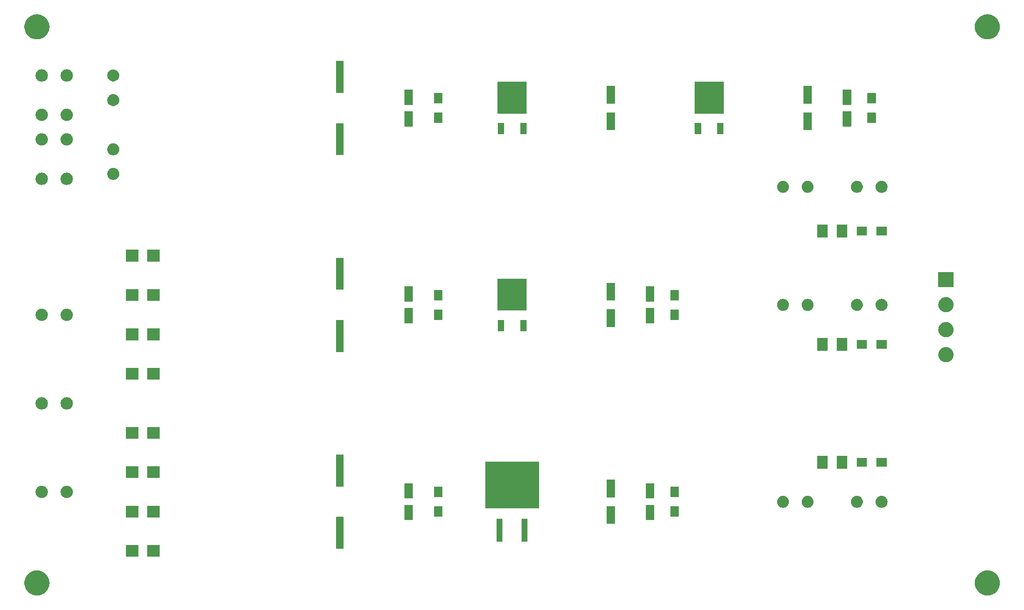
<source format=gbr>
G04 #@! TF.GenerationSoftware,KiCad,Pcbnew,9.0.0*
G04 #@! TF.CreationDate,2025-02-23T15:52:22-07:00*
G04 #@! TF.ProjectId,Power_Supply,506f7765-725f-4537-9570-706c792e6b69,rev?*
G04 #@! TF.SameCoordinates,Original*
G04 #@! TF.FileFunction,Soldermask,Top*
G04 #@! TF.FilePolarity,Negative*
%FSLAX46Y46*%
G04 Gerber Fmt 4.6, Leading zero omitted, Abs format (unit mm)*
G04 Created by KiCad (PCBNEW 9.0.0) date 2025-02-23 15:52:22*
%MOMM*%
%LPD*%
G01*
G04 APERTURE LIST*
G04 APERTURE END LIST*
G36*
X3927308Y-113985043D02*
G01*
X4206207Y-114048700D01*
X4476225Y-114143183D01*
X4733967Y-114267305D01*
X4976190Y-114419504D01*
X5199850Y-114597867D01*
X5402133Y-114800150D01*
X5580496Y-115023810D01*
X5732695Y-115266033D01*
X5856817Y-115523775D01*
X5951300Y-115793793D01*
X6014957Y-116072692D01*
X6046987Y-116356964D01*
X6046987Y-116643036D01*
X6014957Y-116927308D01*
X5951300Y-117206207D01*
X5856817Y-117476225D01*
X5732695Y-117733967D01*
X5580496Y-117976190D01*
X5402133Y-118199850D01*
X5199850Y-118402133D01*
X4976190Y-118580496D01*
X4733967Y-118732695D01*
X4476225Y-118856817D01*
X4206207Y-118951300D01*
X3927308Y-119014957D01*
X3643036Y-119046987D01*
X3356964Y-119046987D01*
X3072692Y-119014957D01*
X2793793Y-118951300D01*
X2523775Y-118856817D01*
X2266033Y-118732695D01*
X2023810Y-118580496D01*
X1800150Y-118402133D01*
X1597867Y-118199850D01*
X1419504Y-117976190D01*
X1267305Y-117733967D01*
X1143183Y-117476225D01*
X1048700Y-117206207D01*
X985043Y-116927308D01*
X953013Y-116643036D01*
X953013Y-116356964D01*
X985043Y-116072692D01*
X1048700Y-115793793D01*
X1143183Y-115523775D01*
X1267305Y-115266033D01*
X1419504Y-115023810D01*
X1597867Y-114800150D01*
X1800150Y-114597867D01*
X2023810Y-114419504D01*
X2266033Y-114267305D01*
X2523775Y-114143183D01*
X2793793Y-114048700D01*
X3072692Y-113985043D01*
X3356964Y-113953013D01*
X3643036Y-113953013D01*
X3927308Y-113985043D01*
G37*
G36*
X196927308Y-113985043D02*
G01*
X197206207Y-114048700D01*
X197476225Y-114143183D01*
X197733967Y-114267305D01*
X197976190Y-114419504D01*
X198199850Y-114597867D01*
X198402133Y-114800150D01*
X198580496Y-115023810D01*
X198732695Y-115266033D01*
X198856817Y-115523775D01*
X198951300Y-115793793D01*
X199014957Y-116072692D01*
X199046987Y-116356964D01*
X199046987Y-116643036D01*
X199014957Y-116927308D01*
X198951300Y-117206207D01*
X198856817Y-117476225D01*
X198732695Y-117733967D01*
X198580496Y-117976190D01*
X198402133Y-118199850D01*
X198199850Y-118402133D01*
X197976190Y-118580496D01*
X197733967Y-118732695D01*
X197476225Y-118856817D01*
X197206207Y-118951300D01*
X196927308Y-119014957D01*
X196643036Y-119046987D01*
X196356964Y-119046987D01*
X196072692Y-119014957D01*
X195793793Y-118951300D01*
X195523775Y-118856817D01*
X195266033Y-118732695D01*
X195023810Y-118580496D01*
X194800150Y-118402133D01*
X194597867Y-118199850D01*
X194419504Y-117976190D01*
X194267305Y-117733967D01*
X194143183Y-117476225D01*
X194048700Y-117206207D01*
X193985043Y-116927308D01*
X193953013Y-116643036D01*
X193953013Y-116356964D01*
X193985043Y-116072692D01*
X194048700Y-115793793D01*
X194143183Y-115523775D01*
X194267305Y-115266033D01*
X194419504Y-115023810D01*
X194597867Y-114800150D01*
X194800150Y-114597867D01*
X195023810Y-114419504D01*
X195266033Y-114267305D01*
X195523775Y-114143183D01*
X195793793Y-114048700D01*
X196072692Y-113985043D01*
X196356964Y-113953013D01*
X196643036Y-113953013D01*
X196927308Y-113985043D01*
G37*
G36*
X24119517Y-108802882D02*
G01*
X24136062Y-108813938D01*
X24147118Y-108830483D01*
X24151000Y-108850000D01*
X24151000Y-111150000D01*
X24147118Y-111169517D01*
X24136062Y-111186062D01*
X24119517Y-111197118D01*
X24100000Y-111201000D01*
X21600000Y-111201000D01*
X21580483Y-111197118D01*
X21563938Y-111186062D01*
X21552882Y-111169517D01*
X21549000Y-111150000D01*
X21549000Y-108850000D01*
X21552882Y-108830483D01*
X21563938Y-108813938D01*
X21580483Y-108802882D01*
X21600000Y-108799000D01*
X24100000Y-108799000D01*
X24119517Y-108802882D01*
G37*
G36*
X28419517Y-108802882D02*
G01*
X28436062Y-108813938D01*
X28447118Y-108830483D01*
X28451000Y-108850000D01*
X28451000Y-111150000D01*
X28447118Y-111169517D01*
X28436062Y-111186062D01*
X28419517Y-111197118D01*
X28400000Y-111201000D01*
X25900000Y-111201000D01*
X25880483Y-111197118D01*
X25863938Y-111186062D01*
X25852882Y-111169517D01*
X25849000Y-111150000D01*
X25849000Y-108850000D01*
X25852882Y-108830483D01*
X25863938Y-108813938D01*
X25880483Y-108802882D01*
X25900000Y-108799000D01*
X28400000Y-108799000D01*
X28419517Y-108802882D01*
G37*
G36*
X65719517Y-103077882D02*
G01*
X65736062Y-103088938D01*
X65747118Y-103105483D01*
X65751000Y-103125000D01*
X65751000Y-109525000D01*
X65747118Y-109544517D01*
X65736062Y-109561062D01*
X65719517Y-109572118D01*
X65700000Y-109576000D01*
X64300000Y-109576000D01*
X64280483Y-109572118D01*
X64263938Y-109561062D01*
X64252882Y-109544517D01*
X64249000Y-109525000D01*
X64249000Y-103125000D01*
X64252882Y-103105483D01*
X64263938Y-103088938D01*
X64280483Y-103077882D01*
X64300000Y-103074000D01*
X65700000Y-103074000D01*
X65719517Y-103077882D01*
G37*
G36*
X98029517Y-103427882D02*
G01*
X98046062Y-103438938D01*
X98057118Y-103455483D01*
X98061000Y-103475000D01*
X98061000Y-108075000D01*
X98057118Y-108094517D01*
X98046062Y-108111062D01*
X98029517Y-108122118D01*
X98010000Y-108126000D01*
X96910000Y-108126000D01*
X96890483Y-108122118D01*
X96873938Y-108111062D01*
X96862882Y-108094517D01*
X96859000Y-108075000D01*
X96859000Y-103475000D01*
X96862882Y-103455483D01*
X96873938Y-103438938D01*
X96890483Y-103427882D01*
X96910000Y-103424000D01*
X98010000Y-103424000D01*
X98029517Y-103427882D01*
G37*
G36*
X103109517Y-103427882D02*
G01*
X103126062Y-103438938D01*
X103137118Y-103455483D01*
X103141000Y-103475000D01*
X103141000Y-108075000D01*
X103137118Y-108094517D01*
X103126062Y-108111062D01*
X103109517Y-108122118D01*
X103090000Y-108126000D01*
X101990000Y-108126000D01*
X101970483Y-108122118D01*
X101953938Y-108111062D01*
X101942882Y-108094517D01*
X101939000Y-108075000D01*
X101939000Y-103475000D01*
X101942882Y-103455483D01*
X101953938Y-103438938D01*
X101970483Y-103427882D01*
X101990000Y-103424000D01*
X103090000Y-103424000D01*
X103109517Y-103427882D01*
G37*
G36*
X120819517Y-100902882D02*
G01*
X120836062Y-100913938D01*
X120847118Y-100930483D01*
X120851000Y-100950000D01*
X120851000Y-104450000D01*
X120847118Y-104469517D01*
X120836062Y-104486062D01*
X120819517Y-104497118D01*
X120800000Y-104501000D01*
X119200000Y-104501000D01*
X119180483Y-104497118D01*
X119163938Y-104486062D01*
X119152882Y-104469517D01*
X119149000Y-104450000D01*
X119149000Y-100950000D01*
X119152882Y-100930483D01*
X119163938Y-100913938D01*
X119180483Y-100902882D01*
X119200000Y-100899000D01*
X120800000Y-100899000D01*
X120819517Y-100902882D01*
G37*
G36*
X79819517Y-100652882D02*
G01*
X79836062Y-100663938D01*
X79847118Y-100680483D01*
X79851000Y-100700000D01*
X79851000Y-103700000D01*
X79847118Y-103719517D01*
X79836062Y-103736062D01*
X79819517Y-103747118D01*
X79800000Y-103751000D01*
X78200000Y-103751000D01*
X78180483Y-103747118D01*
X78163938Y-103736062D01*
X78152882Y-103719517D01*
X78149000Y-103700000D01*
X78149000Y-100700000D01*
X78152882Y-100680483D01*
X78163938Y-100663938D01*
X78180483Y-100652882D01*
X78200000Y-100649000D01*
X79800000Y-100649000D01*
X79819517Y-100652882D01*
G37*
G36*
X128819517Y-100652882D02*
G01*
X128836062Y-100663938D01*
X128847118Y-100680483D01*
X128851000Y-100700000D01*
X128851000Y-103700000D01*
X128847118Y-103719517D01*
X128836062Y-103736062D01*
X128819517Y-103747118D01*
X128800000Y-103751000D01*
X127200000Y-103751000D01*
X127180483Y-103747118D01*
X127163938Y-103736062D01*
X127152882Y-103719517D01*
X127149000Y-103700000D01*
X127149000Y-100700000D01*
X127152882Y-100680483D01*
X127163938Y-100663938D01*
X127180483Y-100652882D01*
X127200000Y-100649000D01*
X128800000Y-100649000D01*
X128819517Y-100652882D01*
G37*
G36*
X24119517Y-100802882D02*
G01*
X24136062Y-100813938D01*
X24147118Y-100830483D01*
X24151000Y-100850000D01*
X24151000Y-103150000D01*
X24147118Y-103169517D01*
X24136062Y-103186062D01*
X24119517Y-103197118D01*
X24100000Y-103201000D01*
X21600000Y-103201000D01*
X21580483Y-103197118D01*
X21563938Y-103186062D01*
X21552882Y-103169517D01*
X21549000Y-103150000D01*
X21549000Y-100850000D01*
X21552882Y-100830483D01*
X21563938Y-100813938D01*
X21580483Y-100802882D01*
X21600000Y-100799000D01*
X24100000Y-100799000D01*
X24119517Y-100802882D01*
G37*
G36*
X28419517Y-100802882D02*
G01*
X28436062Y-100813938D01*
X28447118Y-100830483D01*
X28451000Y-100850000D01*
X28451000Y-103150000D01*
X28447118Y-103169517D01*
X28436062Y-103186062D01*
X28419517Y-103197118D01*
X28400000Y-103201000D01*
X25900000Y-103201000D01*
X25880483Y-103197118D01*
X25863938Y-103186062D01*
X25852882Y-103169517D01*
X25849000Y-103150000D01*
X25849000Y-100850000D01*
X25852882Y-100830483D01*
X25863938Y-100813938D01*
X25880483Y-100802882D01*
X25900000Y-100799000D01*
X28400000Y-100799000D01*
X28419517Y-100802882D01*
G37*
G36*
X85819517Y-100952882D02*
G01*
X85836062Y-100963938D01*
X85847118Y-100980483D01*
X85851000Y-101000000D01*
X85851000Y-103000000D01*
X85847118Y-103019517D01*
X85836062Y-103036062D01*
X85819517Y-103047118D01*
X85800000Y-103051000D01*
X84200000Y-103051000D01*
X84180483Y-103047118D01*
X84163938Y-103036062D01*
X84152882Y-103019517D01*
X84149000Y-103000000D01*
X84149000Y-101000000D01*
X84152882Y-100980483D01*
X84163938Y-100963938D01*
X84180483Y-100952882D01*
X84200000Y-100949000D01*
X85800000Y-100949000D01*
X85819517Y-100952882D01*
G37*
G36*
X133819517Y-100952882D02*
G01*
X133836062Y-100963938D01*
X133847118Y-100980483D01*
X133851000Y-101000000D01*
X133851000Y-103000000D01*
X133847118Y-103019517D01*
X133836062Y-103036062D01*
X133819517Y-103047118D01*
X133800000Y-103051000D01*
X132200000Y-103051000D01*
X132180483Y-103047118D01*
X132163938Y-103036062D01*
X132152882Y-103019517D01*
X132149000Y-103000000D01*
X132149000Y-101000000D01*
X132152882Y-100980483D01*
X132163938Y-100963938D01*
X132180483Y-100952882D01*
X132200000Y-100949000D01*
X133800000Y-100949000D01*
X133819517Y-100952882D01*
G37*
G36*
X105419517Y-91877882D02*
G01*
X105436062Y-91888938D01*
X105447118Y-91905483D01*
X105451000Y-91925000D01*
X105451000Y-101325000D01*
X105447118Y-101344517D01*
X105436062Y-101361062D01*
X105419517Y-101372118D01*
X105400000Y-101376000D01*
X94600000Y-101376000D01*
X94580483Y-101372118D01*
X94563938Y-101361062D01*
X94552882Y-101344517D01*
X94549000Y-101325000D01*
X94549000Y-91925000D01*
X94552882Y-91905483D01*
X94563938Y-91888938D01*
X94580483Y-91877882D01*
X94600000Y-91874000D01*
X105400000Y-91874000D01*
X105419517Y-91877882D01*
G37*
G36*
X155286204Y-98807874D02*
G01*
X155469170Y-98867324D01*
X155640583Y-98954663D01*
X155796223Y-99067742D01*
X155932258Y-99203777D01*
X156045337Y-99359417D01*
X156132676Y-99530830D01*
X156192126Y-99713796D01*
X156222221Y-99903809D01*
X156222221Y-100096191D01*
X156192126Y-100286204D01*
X156132676Y-100469170D01*
X156045337Y-100640583D01*
X155932258Y-100796223D01*
X155796223Y-100932258D01*
X155640583Y-101045337D01*
X155469170Y-101132676D01*
X155286204Y-101192126D01*
X155096191Y-101222221D01*
X154903809Y-101222221D01*
X154713796Y-101192126D01*
X154530830Y-101132676D01*
X154359417Y-101045337D01*
X154203777Y-100932258D01*
X154067742Y-100796223D01*
X153954663Y-100640583D01*
X153867324Y-100469170D01*
X153807874Y-100286204D01*
X153777779Y-100096191D01*
X153777779Y-99903809D01*
X153807874Y-99713796D01*
X153867324Y-99530830D01*
X153954663Y-99359417D01*
X154067742Y-99203777D01*
X154203777Y-99067742D01*
X154359417Y-98954663D01*
X154530830Y-98867324D01*
X154713796Y-98807874D01*
X154903809Y-98777779D01*
X155096191Y-98777779D01*
X155286204Y-98807874D01*
G37*
G36*
X160286204Y-98807874D02*
G01*
X160469170Y-98867324D01*
X160640583Y-98954663D01*
X160796223Y-99067742D01*
X160932258Y-99203777D01*
X161045337Y-99359417D01*
X161132676Y-99530830D01*
X161192126Y-99713796D01*
X161222221Y-99903809D01*
X161222221Y-100096191D01*
X161192126Y-100286204D01*
X161132676Y-100469170D01*
X161045337Y-100640583D01*
X160932258Y-100796223D01*
X160796223Y-100932258D01*
X160640583Y-101045337D01*
X160469170Y-101132676D01*
X160286204Y-101192126D01*
X160096191Y-101222221D01*
X159903809Y-101222221D01*
X159713796Y-101192126D01*
X159530830Y-101132676D01*
X159359417Y-101045337D01*
X159203777Y-100932258D01*
X159067742Y-100796223D01*
X158954663Y-100640583D01*
X158867324Y-100469170D01*
X158807874Y-100286204D01*
X158777779Y-100096191D01*
X158777779Y-99903809D01*
X158807874Y-99713796D01*
X158867324Y-99530830D01*
X158954663Y-99359417D01*
X159067742Y-99203777D01*
X159203777Y-99067742D01*
X159359417Y-98954663D01*
X159530830Y-98867324D01*
X159713796Y-98807874D01*
X159903809Y-98777779D01*
X160096191Y-98777779D01*
X160286204Y-98807874D01*
G37*
G36*
X170286204Y-98807874D02*
G01*
X170469170Y-98867324D01*
X170640583Y-98954663D01*
X170796223Y-99067742D01*
X170932258Y-99203777D01*
X171045337Y-99359417D01*
X171132676Y-99530830D01*
X171192126Y-99713796D01*
X171222221Y-99903809D01*
X171222221Y-100096191D01*
X171192126Y-100286204D01*
X171132676Y-100469170D01*
X171045337Y-100640583D01*
X170932258Y-100796223D01*
X170796223Y-100932258D01*
X170640583Y-101045337D01*
X170469170Y-101132676D01*
X170286204Y-101192126D01*
X170096191Y-101222221D01*
X169903809Y-101222221D01*
X169713796Y-101192126D01*
X169530830Y-101132676D01*
X169359417Y-101045337D01*
X169203777Y-100932258D01*
X169067742Y-100796223D01*
X168954663Y-100640583D01*
X168867324Y-100469170D01*
X168807874Y-100286204D01*
X168777779Y-100096191D01*
X168777779Y-99903809D01*
X168807874Y-99713796D01*
X168867324Y-99530830D01*
X168954663Y-99359417D01*
X169067742Y-99203777D01*
X169203777Y-99067742D01*
X169359417Y-98954663D01*
X169530830Y-98867324D01*
X169713796Y-98807874D01*
X169903809Y-98777779D01*
X170096191Y-98777779D01*
X170286204Y-98807874D01*
G37*
G36*
X175286204Y-98807874D02*
G01*
X175469170Y-98867324D01*
X175640583Y-98954663D01*
X175796223Y-99067742D01*
X175932258Y-99203777D01*
X176045337Y-99359417D01*
X176132676Y-99530830D01*
X176192126Y-99713796D01*
X176222221Y-99903809D01*
X176222221Y-100096191D01*
X176192126Y-100286204D01*
X176132676Y-100469170D01*
X176045337Y-100640583D01*
X175932258Y-100796223D01*
X175796223Y-100932258D01*
X175640583Y-101045337D01*
X175469170Y-101132676D01*
X175286204Y-101192126D01*
X175096191Y-101222221D01*
X174903809Y-101222221D01*
X174713796Y-101192126D01*
X174530830Y-101132676D01*
X174359417Y-101045337D01*
X174203777Y-100932258D01*
X174067742Y-100796223D01*
X173954663Y-100640583D01*
X173867324Y-100469170D01*
X173807874Y-100286204D01*
X173777779Y-100096191D01*
X173777779Y-99903809D01*
X173807874Y-99713796D01*
X173867324Y-99530830D01*
X173954663Y-99359417D01*
X174067742Y-99203777D01*
X174203777Y-99067742D01*
X174359417Y-98954663D01*
X174530830Y-98867324D01*
X174713796Y-98807874D01*
X174903809Y-98777779D01*
X175096191Y-98777779D01*
X175286204Y-98807874D01*
G37*
G36*
X79819517Y-96252882D02*
G01*
X79836062Y-96263938D01*
X79847118Y-96280483D01*
X79851000Y-96300000D01*
X79851000Y-99300000D01*
X79847118Y-99319517D01*
X79836062Y-99336062D01*
X79819517Y-99347118D01*
X79800000Y-99351000D01*
X78200000Y-99351000D01*
X78180483Y-99347118D01*
X78163938Y-99336062D01*
X78152882Y-99319517D01*
X78149000Y-99300000D01*
X78149000Y-96300000D01*
X78152882Y-96280483D01*
X78163938Y-96263938D01*
X78180483Y-96252882D01*
X78200000Y-96249000D01*
X79800000Y-96249000D01*
X79819517Y-96252882D01*
G37*
G36*
X128819517Y-96252882D02*
G01*
X128836062Y-96263938D01*
X128847118Y-96280483D01*
X128851000Y-96300000D01*
X128851000Y-99300000D01*
X128847118Y-99319517D01*
X128836062Y-99336062D01*
X128819517Y-99347118D01*
X128800000Y-99351000D01*
X127200000Y-99351000D01*
X127180483Y-99347118D01*
X127163938Y-99336062D01*
X127152882Y-99319517D01*
X127149000Y-99300000D01*
X127149000Y-96300000D01*
X127152882Y-96280483D01*
X127163938Y-96263938D01*
X127180483Y-96252882D01*
X127200000Y-96249000D01*
X128800000Y-96249000D01*
X128819517Y-96252882D01*
G37*
G36*
X4752040Y-96783565D02*
G01*
X4938737Y-96844227D01*
X5113646Y-96933347D01*
X5272460Y-97048732D01*
X5411268Y-97187540D01*
X5526653Y-97346354D01*
X5615773Y-97521263D01*
X5676435Y-97707960D01*
X5707144Y-97901848D01*
X5707144Y-98098152D01*
X5676435Y-98292040D01*
X5615773Y-98478737D01*
X5526653Y-98653646D01*
X5411268Y-98812460D01*
X5272460Y-98951268D01*
X5113646Y-99066653D01*
X4938737Y-99155773D01*
X4752040Y-99216435D01*
X4558152Y-99247144D01*
X4361848Y-99247144D01*
X4167960Y-99216435D01*
X3981263Y-99155773D01*
X3806354Y-99066653D01*
X3647540Y-98951268D01*
X3508732Y-98812460D01*
X3393347Y-98653646D01*
X3304227Y-98478737D01*
X3243565Y-98292040D01*
X3212856Y-98098152D01*
X3212856Y-97901848D01*
X3243565Y-97707960D01*
X3304227Y-97521263D01*
X3393347Y-97346354D01*
X3508732Y-97187540D01*
X3647540Y-97048732D01*
X3806354Y-96933347D01*
X3981263Y-96844227D01*
X4167960Y-96783565D01*
X4361848Y-96752856D01*
X4558152Y-96752856D01*
X4752040Y-96783565D01*
G37*
G36*
X9832040Y-96783565D02*
G01*
X10018737Y-96844227D01*
X10193646Y-96933347D01*
X10352460Y-97048732D01*
X10491268Y-97187540D01*
X10606653Y-97346354D01*
X10695773Y-97521263D01*
X10756435Y-97707960D01*
X10787144Y-97901848D01*
X10787144Y-98098152D01*
X10756435Y-98292040D01*
X10695773Y-98478737D01*
X10606653Y-98653646D01*
X10491268Y-98812460D01*
X10352460Y-98951268D01*
X10193646Y-99066653D01*
X10018737Y-99155773D01*
X9832040Y-99216435D01*
X9638152Y-99247144D01*
X9441848Y-99247144D01*
X9247960Y-99216435D01*
X9061263Y-99155773D01*
X8886354Y-99066653D01*
X8727540Y-98951268D01*
X8588732Y-98812460D01*
X8473347Y-98653646D01*
X8384227Y-98478737D01*
X8323565Y-98292040D01*
X8292856Y-98098152D01*
X8292856Y-97901848D01*
X8323565Y-97707960D01*
X8384227Y-97521263D01*
X8473347Y-97346354D01*
X8588732Y-97187540D01*
X8727540Y-97048732D01*
X8886354Y-96933347D01*
X9061263Y-96844227D01*
X9247960Y-96783565D01*
X9441848Y-96752856D01*
X9638152Y-96752856D01*
X9832040Y-96783565D01*
G37*
G36*
X120819517Y-95502882D02*
G01*
X120836062Y-95513938D01*
X120847118Y-95530483D01*
X120851000Y-95550000D01*
X120851000Y-99050000D01*
X120847118Y-99069517D01*
X120836062Y-99086062D01*
X120819517Y-99097118D01*
X120800000Y-99101000D01*
X119200000Y-99101000D01*
X119180483Y-99097118D01*
X119163938Y-99086062D01*
X119152882Y-99069517D01*
X119149000Y-99050000D01*
X119149000Y-95550000D01*
X119152882Y-95530483D01*
X119163938Y-95513938D01*
X119180483Y-95502882D01*
X119200000Y-95499000D01*
X120800000Y-95499000D01*
X120819517Y-95502882D01*
G37*
G36*
X85819517Y-96952882D02*
G01*
X85836062Y-96963938D01*
X85847118Y-96980483D01*
X85851000Y-97000000D01*
X85851000Y-99000000D01*
X85847118Y-99019517D01*
X85836062Y-99036062D01*
X85819517Y-99047118D01*
X85800000Y-99051000D01*
X84200000Y-99051000D01*
X84180483Y-99047118D01*
X84163938Y-99036062D01*
X84152882Y-99019517D01*
X84149000Y-99000000D01*
X84149000Y-97000000D01*
X84152882Y-96980483D01*
X84163938Y-96963938D01*
X84180483Y-96952882D01*
X84200000Y-96949000D01*
X85800000Y-96949000D01*
X85819517Y-96952882D01*
G37*
G36*
X133819517Y-96952882D02*
G01*
X133836062Y-96963938D01*
X133847118Y-96980483D01*
X133851000Y-97000000D01*
X133851000Y-99000000D01*
X133847118Y-99019517D01*
X133836062Y-99036062D01*
X133819517Y-99047118D01*
X133800000Y-99051000D01*
X132200000Y-99051000D01*
X132180483Y-99047118D01*
X132163938Y-99036062D01*
X132152882Y-99019517D01*
X132149000Y-99000000D01*
X132149000Y-97000000D01*
X132152882Y-96980483D01*
X132163938Y-96963938D01*
X132180483Y-96952882D01*
X132200000Y-96949000D01*
X133800000Y-96949000D01*
X133819517Y-96952882D01*
G37*
G36*
X65719517Y-90427882D02*
G01*
X65736062Y-90438938D01*
X65747118Y-90455483D01*
X65751000Y-90475000D01*
X65751000Y-96875000D01*
X65747118Y-96894517D01*
X65736062Y-96911062D01*
X65719517Y-96922118D01*
X65700000Y-96926000D01*
X64300000Y-96926000D01*
X64280483Y-96922118D01*
X64263938Y-96911062D01*
X64252882Y-96894517D01*
X64249000Y-96875000D01*
X64249000Y-90475000D01*
X64252882Y-90455483D01*
X64263938Y-90438938D01*
X64280483Y-90427882D01*
X64300000Y-90424000D01*
X65700000Y-90424000D01*
X65719517Y-90427882D01*
G37*
G36*
X24119517Y-92802882D02*
G01*
X24136062Y-92813938D01*
X24147118Y-92830483D01*
X24151000Y-92850000D01*
X24151000Y-95150000D01*
X24147118Y-95169517D01*
X24136062Y-95186062D01*
X24119517Y-95197118D01*
X24100000Y-95201000D01*
X21600000Y-95201000D01*
X21580483Y-95197118D01*
X21563938Y-95186062D01*
X21552882Y-95169517D01*
X21549000Y-95150000D01*
X21549000Y-92850000D01*
X21552882Y-92830483D01*
X21563938Y-92813938D01*
X21580483Y-92802882D01*
X21600000Y-92799000D01*
X24100000Y-92799000D01*
X24119517Y-92802882D01*
G37*
G36*
X28419517Y-92802882D02*
G01*
X28436062Y-92813938D01*
X28447118Y-92830483D01*
X28451000Y-92850000D01*
X28451000Y-95150000D01*
X28447118Y-95169517D01*
X28436062Y-95186062D01*
X28419517Y-95197118D01*
X28400000Y-95201000D01*
X25900000Y-95201000D01*
X25880483Y-95197118D01*
X25863938Y-95186062D01*
X25852882Y-95169517D01*
X25849000Y-95150000D01*
X25849000Y-92850000D01*
X25852882Y-92830483D01*
X25863938Y-92813938D01*
X25880483Y-92802882D01*
X25900000Y-92799000D01*
X28400000Y-92799000D01*
X28419517Y-92802882D01*
G37*
G36*
X164019517Y-90702882D02*
G01*
X164036062Y-90713938D01*
X164047118Y-90730483D01*
X164051000Y-90750000D01*
X164051000Y-93250000D01*
X164047118Y-93269517D01*
X164036062Y-93286062D01*
X164019517Y-93297118D01*
X164000000Y-93301000D01*
X162000000Y-93301000D01*
X161980483Y-93297118D01*
X161963938Y-93286062D01*
X161952882Y-93269517D01*
X161949000Y-93250000D01*
X161949000Y-90750000D01*
X161952882Y-90730483D01*
X161963938Y-90713938D01*
X161980483Y-90702882D01*
X162000000Y-90699000D01*
X164000000Y-90699000D01*
X164019517Y-90702882D01*
G37*
G36*
X168019517Y-90702882D02*
G01*
X168036062Y-90713938D01*
X168047118Y-90730483D01*
X168051000Y-90750000D01*
X168051000Y-93250000D01*
X168047118Y-93269517D01*
X168036062Y-93286062D01*
X168019517Y-93297118D01*
X168000000Y-93301000D01*
X166000000Y-93301000D01*
X165980483Y-93297118D01*
X165963938Y-93286062D01*
X165952882Y-93269517D01*
X165949000Y-93250000D01*
X165949000Y-90750000D01*
X165952882Y-90730483D01*
X165963938Y-90713938D01*
X165980483Y-90702882D01*
X166000000Y-90699000D01*
X168000000Y-90699000D01*
X168019517Y-90702882D01*
G37*
G36*
X172019517Y-91102882D02*
G01*
X172036062Y-91113938D01*
X172047118Y-91130483D01*
X172051000Y-91150000D01*
X172051000Y-92850000D01*
X172047118Y-92869517D01*
X172036062Y-92886062D01*
X172019517Y-92897118D01*
X172000000Y-92901000D01*
X170000000Y-92901000D01*
X169980483Y-92897118D01*
X169963938Y-92886062D01*
X169952882Y-92869517D01*
X169949000Y-92850000D01*
X169949000Y-91150000D01*
X169952882Y-91130483D01*
X169963938Y-91113938D01*
X169980483Y-91102882D01*
X170000000Y-91099000D01*
X172000000Y-91099000D01*
X172019517Y-91102882D01*
G37*
G36*
X176019517Y-91102882D02*
G01*
X176036062Y-91113938D01*
X176047118Y-91130483D01*
X176051000Y-91150000D01*
X176051000Y-92850000D01*
X176047118Y-92869517D01*
X176036062Y-92886062D01*
X176019517Y-92897118D01*
X176000000Y-92901000D01*
X174000000Y-92901000D01*
X173980483Y-92897118D01*
X173963938Y-92886062D01*
X173952882Y-92869517D01*
X173949000Y-92850000D01*
X173949000Y-91150000D01*
X173952882Y-91130483D01*
X173963938Y-91113938D01*
X173980483Y-91102882D01*
X174000000Y-91099000D01*
X176000000Y-91099000D01*
X176019517Y-91102882D01*
G37*
G36*
X24119517Y-84802882D02*
G01*
X24136062Y-84813938D01*
X24147118Y-84830483D01*
X24151000Y-84850000D01*
X24151000Y-87150000D01*
X24147118Y-87169517D01*
X24136062Y-87186062D01*
X24119517Y-87197118D01*
X24100000Y-87201000D01*
X21600000Y-87201000D01*
X21580483Y-87197118D01*
X21563938Y-87186062D01*
X21552882Y-87169517D01*
X21549000Y-87150000D01*
X21549000Y-84850000D01*
X21552882Y-84830483D01*
X21563938Y-84813938D01*
X21580483Y-84802882D01*
X21600000Y-84799000D01*
X24100000Y-84799000D01*
X24119517Y-84802882D01*
G37*
G36*
X28419517Y-84802882D02*
G01*
X28436062Y-84813938D01*
X28447118Y-84830483D01*
X28451000Y-84850000D01*
X28451000Y-87150000D01*
X28447118Y-87169517D01*
X28436062Y-87186062D01*
X28419517Y-87197118D01*
X28400000Y-87201000D01*
X25900000Y-87201000D01*
X25880483Y-87197118D01*
X25863938Y-87186062D01*
X25852882Y-87169517D01*
X25849000Y-87150000D01*
X25849000Y-84850000D01*
X25852882Y-84830483D01*
X25863938Y-84813938D01*
X25880483Y-84802882D01*
X25900000Y-84799000D01*
X28400000Y-84799000D01*
X28419517Y-84802882D01*
G37*
G36*
X4752040Y-78783565D02*
G01*
X4938737Y-78844227D01*
X5113646Y-78933347D01*
X5272460Y-79048732D01*
X5411268Y-79187540D01*
X5526653Y-79346354D01*
X5615773Y-79521263D01*
X5676435Y-79707960D01*
X5707144Y-79901848D01*
X5707144Y-80098152D01*
X5676435Y-80292040D01*
X5615773Y-80478737D01*
X5526653Y-80653646D01*
X5411268Y-80812460D01*
X5272460Y-80951268D01*
X5113646Y-81066653D01*
X4938737Y-81155773D01*
X4752040Y-81216435D01*
X4558152Y-81247144D01*
X4361848Y-81247144D01*
X4167960Y-81216435D01*
X3981263Y-81155773D01*
X3806354Y-81066653D01*
X3647540Y-80951268D01*
X3508732Y-80812460D01*
X3393347Y-80653646D01*
X3304227Y-80478737D01*
X3243565Y-80292040D01*
X3212856Y-80098152D01*
X3212856Y-79901848D01*
X3243565Y-79707960D01*
X3304227Y-79521263D01*
X3393347Y-79346354D01*
X3508732Y-79187540D01*
X3647540Y-79048732D01*
X3806354Y-78933347D01*
X3981263Y-78844227D01*
X4167960Y-78783565D01*
X4361848Y-78752856D01*
X4558152Y-78752856D01*
X4752040Y-78783565D01*
G37*
G36*
X9832040Y-78783565D02*
G01*
X10018737Y-78844227D01*
X10193646Y-78933347D01*
X10352460Y-79048732D01*
X10491268Y-79187540D01*
X10606653Y-79346354D01*
X10695773Y-79521263D01*
X10756435Y-79707960D01*
X10787144Y-79901848D01*
X10787144Y-80098152D01*
X10756435Y-80292040D01*
X10695773Y-80478737D01*
X10606653Y-80653646D01*
X10491268Y-80812460D01*
X10352460Y-80951268D01*
X10193646Y-81066653D01*
X10018737Y-81155773D01*
X9832040Y-81216435D01*
X9638152Y-81247144D01*
X9441848Y-81247144D01*
X9247960Y-81216435D01*
X9061263Y-81155773D01*
X8886354Y-81066653D01*
X8727540Y-80951268D01*
X8588732Y-80812460D01*
X8473347Y-80653646D01*
X8384227Y-80478737D01*
X8323565Y-80292040D01*
X8292856Y-80098152D01*
X8292856Y-79901848D01*
X8323565Y-79707960D01*
X8384227Y-79521263D01*
X8473347Y-79346354D01*
X8588732Y-79187540D01*
X8727540Y-79048732D01*
X8886354Y-78933347D01*
X9061263Y-78844227D01*
X9247960Y-78783565D01*
X9441848Y-78752856D01*
X9638152Y-78752856D01*
X9832040Y-78783565D01*
G37*
G36*
X24119517Y-72802882D02*
G01*
X24136062Y-72813938D01*
X24147118Y-72830483D01*
X24151000Y-72850000D01*
X24151000Y-75150000D01*
X24147118Y-75169517D01*
X24136062Y-75186062D01*
X24119517Y-75197118D01*
X24100000Y-75201000D01*
X21600000Y-75201000D01*
X21580483Y-75197118D01*
X21563938Y-75186062D01*
X21552882Y-75169517D01*
X21549000Y-75150000D01*
X21549000Y-72850000D01*
X21552882Y-72830483D01*
X21563938Y-72813938D01*
X21580483Y-72802882D01*
X21600000Y-72799000D01*
X24100000Y-72799000D01*
X24119517Y-72802882D01*
G37*
G36*
X28419517Y-72802882D02*
G01*
X28436062Y-72813938D01*
X28447118Y-72830483D01*
X28451000Y-72850000D01*
X28451000Y-75150000D01*
X28447118Y-75169517D01*
X28436062Y-75186062D01*
X28419517Y-75197118D01*
X28400000Y-75201000D01*
X25900000Y-75201000D01*
X25880483Y-75197118D01*
X25863938Y-75186062D01*
X25852882Y-75169517D01*
X25849000Y-75150000D01*
X25849000Y-72850000D01*
X25852882Y-72830483D01*
X25863938Y-72813938D01*
X25880483Y-72802882D01*
X25900000Y-72799000D01*
X28400000Y-72799000D01*
X28419517Y-72802882D01*
G37*
G36*
X188197482Y-68557781D02*
G01*
X188208690Y-68557781D01*
X188263888Y-68566523D01*
X188389534Y-68583065D01*
X188420189Y-68591279D01*
X188449074Y-68595854D01*
X188504620Y-68613902D01*
X188585467Y-68635565D01*
X188637050Y-68656931D01*
X188680542Y-68671063D01*
X188721286Y-68691823D01*
X188772870Y-68713190D01*
X188845353Y-68755038D01*
X188897395Y-68781555D01*
X188921055Y-68798745D01*
X188948539Y-68814613D01*
X189049074Y-68891756D01*
X189094294Y-68924610D01*
X189102219Y-68932535D01*
X189109466Y-68938096D01*
X189252903Y-69081533D01*
X189258463Y-69088779D01*
X189266390Y-69096706D01*
X189299247Y-69141930D01*
X189376386Y-69242460D01*
X189392252Y-69269941D01*
X189409445Y-69293605D01*
X189435964Y-69345652D01*
X189477809Y-69418129D01*
X189499173Y-69469706D01*
X189519937Y-69510458D01*
X189534070Y-69553955D01*
X189555434Y-69605532D01*
X189577093Y-69686366D01*
X189595146Y-69741926D01*
X189599721Y-69770816D01*
X189607934Y-69801465D01*
X189624474Y-69927099D01*
X189633219Y-69982310D01*
X189633219Y-69993518D01*
X189634412Y-70002580D01*
X189634412Y-70205419D01*
X189633219Y-70214480D01*
X189633219Y-70225690D01*
X189624473Y-70280905D01*
X189607934Y-70406534D01*
X189599722Y-70437180D01*
X189595146Y-70466074D01*
X189577091Y-70521638D01*
X189555434Y-70602467D01*
X189534071Y-70654039D01*
X189519937Y-70697542D01*
X189499171Y-70738297D01*
X189477809Y-70789870D01*
X189435968Y-70862338D01*
X189409445Y-70914395D01*
X189392249Y-70938062D01*
X189376386Y-70965539D01*
X189299261Y-71066050D01*
X189266390Y-71111294D01*
X189258459Y-71119224D01*
X189252903Y-71126466D01*
X189109466Y-71269903D01*
X189102224Y-71275459D01*
X189094294Y-71283390D01*
X189049050Y-71316261D01*
X188948539Y-71393386D01*
X188921062Y-71409249D01*
X188897395Y-71426445D01*
X188845338Y-71452968D01*
X188772870Y-71494809D01*
X188721297Y-71516171D01*
X188680542Y-71536937D01*
X188637039Y-71551071D01*
X188585467Y-71572434D01*
X188504638Y-71594091D01*
X188449074Y-71612146D01*
X188420180Y-71616722D01*
X188389534Y-71624934D01*
X188263902Y-71641474D01*
X188208690Y-71650219D01*
X188197481Y-71650219D01*
X188188420Y-71651412D01*
X187985580Y-71651412D01*
X187976519Y-71650219D01*
X187965310Y-71650219D01*
X187910099Y-71641474D01*
X187784465Y-71624934D01*
X187753816Y-71616721D01*
X187724926Y-71612146D01*
X187669366Y-71594093D01*
X187588532Y-71572434D01*
X187536955Y-71551070D01*
X187493458Y-71536937D01*
X187452706Y-71516173D01*
X187401129Y-71494809D01*
X187328652Y-71452964D01*
X187276605Y-71426445D01*
X187252941Y-71409252D01*
X187225460Y-71393386D01*
X187124930Y-71316247D01*
X187079706Y-71283390D01*
X187071779Y-71275463D01*
X187064533Y-71269903D01*
X186921096Y-71126466D01*
X186915535Y-71119219D01*
X186907610Y-71111294D01*
X186874756Y-71066074D01*
X186797613Y-70965539D01*
X186781745Y-70938055D01*
X186764555Y-70914395D01*
X186738038Y-70862353D01*
X186696190Y-70789870D01*
X186674823Y-70738286D01*
X186654063Y-70697542D01*
X186639931Y-70654050D01*
X186618565Y-70602467D01*
X186596902Y-70521620D01*
X186578854Y-70466074D01*
X186574279Y-70437189D01*
X186566065Y-70406534D01*
X186549524Y-70280891D01*
X186540781Y-70225690D01*
X186540781Y-70214480D01*
X186539588Y-70205419D01*
X186539588Y-70002580D01*
X186540781Y-69993518D01*
X186540781Y-69982310D01*
X186549523Y-69927113D01*
X186566065Y-69801465D01*
X186574279Y-69770807D01*
X186578854Y-69741926D01*
X186596900Y-69686383D01*
X186618565Y-69605532D01*
X186639933Y-69553944D01*
X186654063Y-69510458D01*
X186674821Y-69469717D01*
X186696190Y-69418129D01*
X186738042Y-69345637D01*
X186764555Y-69293605D01*
X186781742Y-69269948D01*
X186797613Y-69242460D01*
X186874770Y-69141906D01*
X186907610Y-69096706D01*
X186915532Y-69088783D01*
X186921096Y-69081533D01*
X187064533Y-68938096D01*
X187071783Y-68932532D01*
X187079706Y-68924610D01*
X187124906Y-68891770D01*
X187225460Y-68814613D01*
X187252948Y-68798742D01*
X187276605Y-68781555D01*
X187328637Y-68755042D01*
X187401129Y-68713190D01*
X187452717Y-68691821D01*
X187493458Y-68671063D01*
X187536944Y-68656933D01*
X187588532Y-68635565D01*
X187669383Y-68613900D01*
X187724926Y-68595854D01*
X187753807Y-68591279D01*
X187784465Y-68583065D01*
X187910113Y-68566523D01*
X187965310Y-68557781D01*
X187976518Y-68557781D01*
X187985580Y-68556588D01*
X188188420Y-68556588D01*
X188197482Y-68557781D01*
G37*
G36*
X65719517Y-63077882D02*
G01*
X65736062Y-63088938D01*
X65747118Y-63105483D01*
X65751000Y-63125000D01*
X65751000Y-69525000D01*
X65747118Y-69544517D01*
X65736062Y-69561062D01*
X65719517Y-69572118D01*
X65700000Y-69576000D01*
X64300000Y-69576000D01*
X64280483Y-69572118D01*
X64263938Y-69561062D01*
X64252882Y-69544517D01*
X64249000Y-69525000D01*
X64249000Y-63125000D01*
X64252882Y-63105483D01*
X64263938Y-63088938D01*
X64280483Y-63077882D01*
X64300000Y-63074000D01*
X65700000Y-63074000D01*
X65719517Y-63077882D01*
G37*
G36*
X164019517Y-66702882D02*
G01*
X164036062Y-66713938D01*
X164047118Y-66730483D01*
X164051000Y-66750000D01*
X164051000Y-69250000D01*
X164047118Y-69269517D01*
X164036062Y-69286062D01*
X164019517Y-69297118D01*
X164000000Y-69301000D01*
X162000000Y-69301000D01*
X161980483Y-69297118D01*
X161963938Y-69286062D01*
X161952882Y-69269517D01*
X161949000Y-69250000D01*
X161949000Y-66750000D01*
X161952882Y-66730483D01*
X161963938Y-66713938D01*
X161980483Y-66702882D01*
X162000000Y-66699000D01*
X164000000Y-66699000D01*
X164019517Y-66702882D01*
G37*
G36*
X168019517Y-66702882D02*
G01*
X168036062Y-66713938D01*
X168047118Y-66730483D01*
X168051000Y-66750000D01*
X168051000Y-69250000D01*
X168047118Y-69269517D01*
X168036062Y-69286062D01*
X168019517Y-69297118D01*
X168000000Y-69301000D01*
X166000000Y-69301000D01*
X165980483Y-69297118D01*
X165963938Y-69286062D01*
X165952882Y-69269517D01*
X165949000Y-69250000D01*
X165949000Y-66750000D01*
X165952882Y-66730483D01*
X165963938Y-66713938D01*
X165980483Y-66702882D01*
X166000000Y-66699000D01*
X168000000Y-66699000D01*
X168019517Y-66702882D01*
G37*
G36*
X172019517Y-67102882D02*
G01*
X172036062Y-67113938D01*
X172047118Y-67130483D01*
X172051000Y-67150000D01*
X172051000Y-68850000D01*
X172047118Y-68869517D01*
X172036062Y-68886062D01*
X172019517Y-68897118D01*
X172000000Y-68901000D01*
X170000000Y-68901000D01*
X169980483Y-68897118D01*
X169963938Y-68886062D01*
X169952882Y-68869517D01*
X169949000Y-68850000D01*
X169949000Y-67150000D01*
X169952882Y-67130483D01*
X169963938Y-67113938D01*
X169980483Y-67102882D01*
X170000000Y-67099000D01*
X172000000Y-67099000D01*
X172019517Y-67102882D01*
G37*
G36*
X176019517Y-67102882D02*
G01*
X176036062Y-67113938D01*
X176047118Y-67130483D01*
X176051000Y-67150000D01*
X176051000Y-68850000D01*
X176047118Y-68869517D01*
X176036062Y-68886062D01*
X176019517Y-68897118D01*
X176000000Y-68901000D01*
X174000000Y-68901000D01*
X173980483Y-68897118D01*
X173963938Y-68886062D01*
X173952882Y-68869517D01*
X173949000Y-68850000D01*
X173949000Y-67150000D01*
X173952882Y-67130483D01*
X173963938Y-67113938D01*
X173980483Y-67102882D01*
X174000000Y-67099000D01*
X176000000Y-67099000D01*
X176019517Y-67102882D01*
G37*
G36*
X24119517Y-64802882D02*
G01*
X24136062Y-64813938D01*
X24147118Y-64830483D01*
X24151000Y-64850000D01*
X24151000Y-67150000D01*
X24147118Y-67169517D01*
X24136062Y-67186062D01*
X24119517Y-67197118D01*
X24100000Y-67201000D01*
X21600000Y-67201000D01*
X21580483Y-67197118D01*
X21563938Y-67186062D01*
X21552882Y-67169517D01*
X21549000Y-67150000D01*
X21549000Y-64850000D01*
X21552882Y-64830483D01*
X21563938Y-64813938D01*
X21580483Y-64802882D01*
X21600000Y-64799000D01*
X24100000Y-64799000D01*
X24119517Y-64802882D01*
G37*
G36*
X28419517Y-64802882D02*
G01*
X28436062Y-64813938D01*
X28447118Y-64830483D01*
X28451000Y-64850000D01*
X28451000Y-67150000D01*
X28447118Y-67169517D01*
X28436062Y-67186062D01*
X28419517Y-67197118D01*
X28400000Y-67201000D01*
X25900000Y-67201000D01*
X25880483Y-67197118D01*
X25863938Y-67186062D01*
X25852882Y-67169517D01*
X25849000Y-67150000D01*
X25849000Y-64850000D01*
X25852882Y-64830483D01*
X25863938Y-64813938D01*
X25880483Y-64802882D01*
X25900000Y-64799000D01*
X28400000Y-64799000D01*
X28419517Y-64802882D01*
G37*
G36*
X188197482Y-63477781D02*
G01*
X188208690Y-63477781D01*
X188263888Y-63486523D01*
X188389534Y-63503065D01*
X188420189Y-63511279D01*
X188449074Y-63515854D01*
X188504620Y-63533902D01*
X188585467Y-63555565D01*
X188637050Y-63576931D01*
X188680542Y-63591063D01*
X188721286Y-63611823D01*
X188772870Y-63633190D01*
X188845353Y-63675038D01*
X188897395Y-63701555D01*
X188921055Y-63718745D01*
X188948539Y-63734613D01*
X189049074Y-63811756D01*
X189094294Y-63844610D01*
X189102219Y-63852535D01*
X189109466Y-63858096D01*
X189252903Y-64001533D01*
X189258463Y-64008779D01*
X189266390Y-64016706D01*
X189299247Y-64061930D01*
X189376386Y-64162460D01*
X189392252Y-64189941D01*
X189409445Y-64213605D01*
X189435964Y-64265652D01*
X189477809Y-64338129D01*
X189499173Y-64389706D01*
X189519937Y-64430458D01*
X189534070Y-64473955D01*
X189555434Y-64525532D01*
X189577093Y-64606366D01*
X189595146Y-64661926D01*
X189599721Y-64690816D01*
X189607934Y-64721465D01*
X189624474Y-64847099D01*
X189633219Y-64902310D01*
X189633219Y-64913518D01*
X189634412Y-64922580D01*
X189634412Y-65125419D01*
X189633219Y-65134480D01*
X189633219Y-65145690D01*
X189624473Y-65200905D01*
X189607934Y-65326534D01*
X189599722Y-65357180D01*
X189595146Y-65386074D01*
X189577091Y-65441638D01*
X189555434Y-65522467D01*
X189534071Y-65574039D01*
X189519937Y-65617542D01*
X189499171Y-65658297D01*
X189477809Y-65709870D01*
X189435968Y-65782338D01*
X189409445Y-65834395D01*
X189392249Y-65858062D01*
X189376386Y-65885539D01*
X189299261Y-65986050D01*
X189266390Y-66031294D01*
X189258459Y-66039224D01*
X189252903Y-66046466D01*
X189109466Y-66189903D01*
X189102224Y-66195459D01*
X189094294Y-66203390D01*
X189049050Y-66236261D01*
X188948539Y-66313386D01*
X188921062Y-66329249D01*
X188897395Y-66346445D01*
X188845338Y-66372968D01*
X188772870Y-66414809D01*
X188721297Y-66436171D01*
X188680542Y-66456937D01*
X188637039Y-66471071D01*
X188585467Y-66492434D01*
X188504638Y-66514091D01*
X188449074Y-66532146D01*
X188420180Y-66536722D01*
X188389534Y-66544934D01*
X188263902Y-66561474D01*
X188208690Y-66570219D01*
X188197481Y-66570219D01*
X188188420Y-66571412D01*
X187985580Y-66571412D01*
X187976519Y-66570219D01*
X187965310Y-66570219D01*
X187910099Y-66561474D01*
X187784465Y-66544934D01*
X187753816Y-66536721D01*
X187724926Y-66532146D01*
X187669366Y-66514093D01*
X187588532Y-66492434D01*
X187536955Y-66471070D01*
X187493458Y-66456937D01*
X187452706Y-66436173D01*
X187401129Y-66414809D01*
X187328652Y-66372964D01*
X187276605Y-66346445D01*
X187252941Y-66329252D01*
X187225460Y-66313386D01*
X187124930Y-66236247D01*
X187079706Y-66203390D01*
X187071779Y-66195463D01*
X187064533Y-66189903D01*
X186921096Y-66046466D01*
X186915535Y-66039219D01*
X186907610Y-66031294D01*
X186874756Y-65986074D01*
X186797613Y-65885539D01*
X186781745Y-65858055D01*
X186764555Y-65834395D01*
X186738038Y-65782353D01*
X186696190Y-65709870D01*
X186674823Y-65658286D01*
X186654063Y-65617542D01*
X186639931Y-65574050D01*
X186618565Y-65522467D01*
X186596902Y-65441620D01*
X186578854Y-65386074D01*
X186574279Y-65357189D01*
X186566065Y-65326534D01*
X186549524Y-65200891D01*
X186540781Y-65145690D01*
X186540781Y-65134480D01*
X186539588Y-65125419D01*
X186539588Y-64922580D01*
X186540781Y-64913518D01*
X186540781Y-64902310D01*
X186549523Y-64847113D01*
X186566065Y-64721465D01*
X186574279Y-64690807D01*
X186578854Y-64661926D01*
X186596900Y-64606383D01*
X186618565Y-64525532D01*
X186639933Y-64473944D01*
X186654063Y-64430458D01*
X186674821Y-64389717D01*
X186696190Y-64338129D01*
X186738042Y-64265637D01*
X186764555Y-64213605D01*
X186781742Y-64189948D01*
X186797613Y-64162460D01*
X186874770Y-64061906D01*
X186907610Y-64016706D01*
X186915532Y-64008783D01*
X186921096Y-64001533D01*
X187064533Y-63858096D01*
X187071783Y-63852532D01*
X187079706Y-63844610D01*
X187124906Y-63811770D01*
X187225460Y-63734613D01*
X187252948Y-63718742D01*
X187276605Y-63701555D01*
X187328637Y-63675042D01*
X187401129Y-63633190D01*
X187452717Y-63611821D01*
X187493458Y-63591063D01*
X187536944Y-63576933D01*
X187588532Y-63555565D01*
X187669383Y-63533900D01*
X187724926Y-63515854D01*
X187753807Y-63511279D01*
X187784465Y-63503065D01*
X187910113Y-63486523D01*
X187965310Y-63477781D01*
X187976518Y-63477781D01*
X187985580Y-63476588D01*
X188188420Y-63476588D01*
X188197482Y-63477781D01*
G37*
G36*
X98339517Y-63052882D02*
G01*
X98356062Y-63063938D01*
X98367118Y-63080483D01*
X98371000Y-63100000D01*
X98371000Y-65300000D01*
X98367118Y-65319517D01*
X98356062Y-65336062D01*
X98339517Y-65347118D01*
X98320000Y-65351000D01*
X97120000Y-65351000D01*
X97100483Y-65347118D01*
X97083938Y-65336062D01*
X97072882Y-65319517D01*
X97069000Y-65300000D01*
X97069000Y-63100000D01*
X97072882Y-63080483D01*
X97083938Y-63063938D01*
X97100483Y-63052882D01*
X97120000Y-63049000D01*
X98320000Y-63049000D01*
X98339517Y-63052882D01*
G37*
G36*
X102899517Y-63052882D02*
G01*
X102916062Y-63063938D01*
X102927118Y-63080483D01*
X102931000Y-63100000D01*
X102931000Y-65300000D01*
X102927118Y-65319517D01*
X102916062Y-65336062D01*
X102899517Y-65347118D01*
X102880000Y-65351000D01*
X101680000Y-65351000D01*
X101660483Y-65347118D01*
X101643938Y-65336062D01*
X101632882Y-65319517D01*
X101629000Y-65300000D01*
X101629000Y-63100000D01*
X101632882Y-63080483D01*
X101643938Y-63063938D01*
X101660483Y-63052882D01*
X101680000Y-63049000D01*
X102880000Y-63049000D01*
X102899517Y-63052882D01*
G37*
G36*
X120819517Y-60902882D02*
G01*
X120836062Y-60913938D01*
X120847118Y-60930483D01*
X120851000Y-60950000D01*
X120851000Y-64450000D01*
X120847118Y-64469517D01*
X120836062Y-64486062D01*
X120819517Y-64497118D01*
X120800000Y-64501000D01*
X119200000Y-64501000D01*
X119180483Y-64497118D01*
X119163938Y-64486062D01*
X119152882Y-64469517D01*
X119149000Y-64450000D01*
X119149000Y-60950000D01*
X119152882Y-60930483D01*
X119163938Y-60913938D01*
X119180483Y-60902882D01*
X119200000Y-60899000D01*
X120800000Y-60899000D01*
X120819517Y-60902882D01*
G37*
G36*
X79819517Y-60652882D02*
G01*
X79836062Y-60663938D01*
X79847118Y-60680483D01*
X79851000Y-60700000D01*
X79851000Y-63700000D01*
X79847118Y-63719517D01*
X79836062Y-63736062D01*
X79819517Y-63747118D01*
X79800000Y-63751000D01*
X78200000Y-63751000D01*
X78180483Y-63747118D01*
X78163938Y-63736062D01*
X78152882Y-63719517D01*
X78149000Y-63700000D01*
X78149000Y-60700000D01*
X78152882Y-60680483D01*
X78163938Y-60663938D01*
X78180483Y-60652882D01*
X78200000Y-60649000D01*
X79800000Y-60649000D01*
X79819517Y-60652882D01*
G37*
G36*
X128819517Y-60652882D02*
G01*
X128836062Y-60663938D01*
X128847118Y-60680483D01*
X128851000Y-60700000D01*
X128851000Y-63700000D01*
X128847118Y-63719517D01*
X128836062Y-63736062D01*
X128819517Y-63747118D01*
X128800000Y-63751000D01*
X127200000Y-63751000D01*
X127180483Y-63747118D01*
X127163938Y-63736062D01*
X127152882Y-63719517D01*
X127149000Y-63700000D01*
X127149000Y-60700000D01*
X127152882Y-60680483D01*
X127163938Y-60663938D01*
X127180483Y-60652882D01*
X127200000Y-60649000D01*
X128800000Y-60649000D01*
X128819517Y-60652882D01*
G37*
G36*
X4752040Y-60783565D02*
G01*
X4938737Y-60844227D01*
X5113646Y-60933347D01*
X5272460Y-61048732D01*
X5411268Y-61187540D01*
X5526653Y-61346354D01*
X5615773Y-61521263D01*
X5676435Y-61707960D01*
X5707144Y-61901848D01*
X5707144Y-62098152D01*
X5676435Y-62292040D01*
X5615773Y-62478737D01*
X5526653Y-62653646D01*
X5411268Y-62812460D01*
X5272460Y-62951268D01*
X5113646Y-63066653D01*
X4938737Y-63155773D01*
X4752040Y-63216435D01*
X4558152Y-63247144D01*
X4361848Y-63247144D01*
X4167960Y-63216435D01*
X3981263Y-63155773D01*
X3806354Y-63066653D01*
X3647540Y-62951268D01*
X3508732Y-62812460D01*
X3393347Y-62653646D01*
X3304227Y-62478737D01*
X3243565Y-62292040D01*
X3212856Y-62098152D01*
X3212856Y-61901848D01*
X3243565Y-61707960D01*
X3304227Y-61521263D01*
X3393347Y-61346354D01*
X3508732Y-61187540D01*
X3647540Y-61048732D01*
X3806354Y-60933347D01*
X3981263Y-60844227D01*
X4167960Y-60783565D01*
X4361848Y-60752856D01*
X4558152Y-60752856D01*
X4752040Y-60783565D01*
G37*
G36*
X9832040Y-60783565D02*
G01*
X10018737Y-60844227D01*
X10193646Y-60933347D01*
X10352460Y-61048732D01*
X10491268Y-61187540D01*
X10606653Y-61346354D01*
X10695773Y-61521263D01*
X10756435Y-61707960D01*
X10787144Y-61901848D01*
X10787144Y-62098152D01*
X10756435Y-62292040D01*
X10695773Y-62478737D01*
X10606653Y-62653646D01*
X10491268Y-62812460D01*
X10352460Y-62951268D01*
X10193646Y-63066653D01*
X10018737Y-63155773D01*
X9832040Y-63216435D01*
X9638152Y-63247144D01*
X9441848Y-63247144D01*
X9247960Y-63216435D01*
X9061263Y-63155773D01*
X8886354Y-63066653D01*
X8727540Y-62951268D01*
X8588732Y-62812460D01*
X8473347Y-62653646D01*
X8384227Y-62478737D01*
X8323565Y-62292040D01*
X8292856Y-62098152D01*
X8292856Y-61901848D01*
X8323565Y-61707960D01*
X8384227Y-61521263D01*
X8473347Y-61346354D01*
X8588732Y-61187540D01*
X8727540Y-61048732D01*
X8886354Y-60933347D01*
X9061263Y-60844227D01*
X9247960Y-60783565D01*
X9441848Y-60752856D01*
X9638152Y-60752856D01*
X9832040Y-60783565D01*
G37*
G36*
X85819517Y-60952882D02*
G01*
X85836062Y-60963938D01*
X85847118Y-60980483D01*
X85851000Y-61000000D01*
X85851000Y-63000000D01*
X85847118Y-63019517D01*
X85836062Y-63036062D01*
X85819517Y-63047118D01*
X85800000Y-63051000D01*
X84200000Y-63051000D01*
X84180483Y-63047118D01*
X84163938Y-63036062D01*
X84152882Y-63019517D01*
X84149000Y-63000000D01*
X84149000Y-61000000D01*
X84152882Y-60980483D01*
X84163938Y-60963938D01*
X84180483Y-60952882D01*
X84200000Y-60949000D01*
X85800000Y-60949000D01*
X85819517Y-60952882D01*
G37*
G36*
X133819517Y-60952882D02*
G01*
X133836062Y-60963938D01*
X133847118Y-60980483D01*
X133851000Y-61000000D01*
X133851000Y-63000000D01*
X133847118Y-63019517D01*
X133836062Y-63036062D01*
X133819517Y-63047118D01*
X133800000Y-63051000D01*
X132200000Y-63051000D01*
X132180483Y-63047118D01*
X132163938Y-63036062D01*
X132152882Y-63019517D01*
X132149000Y-63000000D01*
X132149000Y-61000000D01*
X132152882Y-60980483D01*
X132163938Y-60963938D01*
X132180483Y-60952882D01*
X132200000Y-60949000D01*
X133800000Y-60949000D01*
X133819517Y-60952882D01*
G37*
G36*
X188197482Y-58397781D02*
G01*
X188208690Y-58397781D01*
X188263888Y-58406523D01*
X188389534Y-58423065D01*
X188420189Y-58431279D01*
X188449074Y-58435854D01*
X188504620Y-58453902D01*
X188585467Y-58475565D01*
X188637050Y-58496931D01*
X188680542Y-58511063D01*
X188721286Y-58531823D01*
X188772870Y-58553190D01*
X188845353Y-58595038D01*
X188897395Y-58621555D01*
X188921055Y-58638745D01*
X188948539Y-58654613D01*
X189049074Y-58731756D01*
X189094294Y-58764610D01*
X189102219Y-58772535D01*
X189109466Y-58778096D01*
X189252903Y-58921533D01*
X189258463Y-58928779D01*
X189266390Y-58936706D01*
X189299247Y-58981930D01*
X189376386Y-59082460D01*
X189392252Y-59109941D01*
X189409445Y-59133605D01*
X189435964Y-59185652D01*
X189477809Y-59258129D01*
X189499173Y-59309706D01*
X189519937Y-59350458D01*
X189534070Y-59393955D01*
X189555434Y-59445532D01*
X189577093Y-59526366D01*
X189595146Y-59581926D01*
X189599721Y-59610816D01*
X189607934Y-59641465D01*
X189624474Y-59767099D01*
X189633219Y-59822310D01*
X189633219Y-59833518D01*
X189634412Y-59842580D01*
X189634412Y-60045419D01*
X189633219Y-60054480D01*
X189633219Y-60065690D01*
X189624473Y-60120905D01*
X189607934Y-60246534D01*
X189599722Y-60277180D01*
X189595146Y-60306074D01*
X189577091Y-60361638D01*
X189555434Y-60442467D01*
X189534071Y-60494039D01*
X189519937Y-60537542D01*
X189499171Y-60578297D01*
X189477809Y-60629870D01*
X189435968Y-60702338D01*
X189409445Y-60754395D01*
X189392249Y-60778062D01*
X189376386Y-60805539D01*
X189299261Y-60906050D01*
X189266390Y-60951294D01*
X189258459Y-60959224D01*
X189252903Y-60966466D01*
X189109466Y-61109903D01*
X189102224Y-61115459D01*
X189094294Y-61123390D01*
X189049050Y-61156261D01*
X188948539Y-61233386D01*
X188921062Y-61249249D01*
X188897395Y-61266445D01*
X188845338Y-61292968D01*
X188772870Y-61334809D01*
X188721297Y-61356171D01*
X188680542Y-61376937D01*
X188637039Y-61391071D01*
X188585467Y-61412434D01*
X188504638Y-61434091D01*
X188449074Y-61452146D01*
X188420180Y-61456722D01*
X188389534Y-61464934D01*
X188263902Y-61481474D01*
X188208690Y-61490219D01*
X188197481Y-61490219D01*
X188188420Y-61491412D01*
X187985580Y-61491412D01*
X187976519Y-61490219D01*
X187965310Y-61490219D01*
X187910099Y-61481474D01*
X187784465Y-61464934D01*
X187753816Y-61456721D01*
X187724926Y-61452146D01*
X187669366Y-61434093D01*
X187588532Y-61412434D01*
X187536955Y-61391070D01*
X187493458Y-61376937D01*
X187452706Y-61356173D01*
X187401129Y-61334809D01*
X187328652Y-61292964D01*
X187276605Y-61266445D01*
X187252941Y-61249252D01*
X187225460Y-61233386D01*
X187124930Y-61156247D01*
X187079706Y-61123390D01*
X187071779Y-61115463D01*
X187064533Y-61109903D01*
X186921096Y-60966466D01*
X186915535Y-60959219D01*
X186907610Y-60951294D01*
X186874756Y-60906074D01*
X186797613Y-60805539D01*
X186781745Y-60778055D01*
X186764555Y-60754395D01*
X186738038Y-60702353D01*
X186696190Y-60629870D01*
X186674823Y-60578286D01*
X186654063Y-60537542D01*
X186639931Y-60494050D01*
X186618565Y-60442467D01*
X186596902Y-60361620D01*
X186578854Y-60306074D01*
X186574279Y-60277189D01*
X186566065Y-60246534D01*
X186549524Y-60120891D01*
X186540781Y-60065690D01*
X186540781Y-60054480D01*
X186539588Y-60045419D01*
X186539588Y-59842580D01*
X186540781Y-59833518D01*
X186540781Y-59822310D01*
X186549523Y-59767113D01*
X186566065Y-59641465D01*
X186574279Y-59610807D01*
X186578854Y-59581926D01*
X186596900Y-59526383D01*
X186618565Y-59445532D01*
X186639933Y-59393944D01*
X186654063Y-59350458D01*
X186674821Y-59309717D01*
X186696190Y-59258129D01*
X186738042Y-59185637D01*
X186764555Y-59133605D01*
X186781742Y-59109948D01*
X186797613Y-59082460D01*
X186874770Y-58981906D01*
X186907610Y-58936706D01*
X186915532Y-58928783D01*
X186921096Y-58921533D01*
X187064533Y-58778096D01*
X187071783Y-58772532D01*
X187079706Y-58764610D01*
X187124906Y-58731770D01*
X187225460Y-58654613D01*
X187252948Y-58638742D01*
X187276605Y-58621555D01*
X187328637Y-58595042D01*
X187401129Y-58553190D01*
X187452717Y-58531821D01*
X187493458Y-58511063D01*
X187536944Y-58496933D01*
X187588532Y-58475565D01*
X187669383Y-58453900D01*
X187724926Y-58435854D01*
X187753807Y-58431279D01*
X187784465Y-58423065D01*
X187910113Y-58406523D01*
X187965310Y-58397781D01*
X187976518Y-58397781D01*
X187985580Y-58396588D01*
X188188420Y-58396588D01*
X188197482Y-58397781D01*
G37*
G36*
X155286204Y-58807874D02*
G01*
X155469170Y-58867324D01*
X155640583Y-58954663D01*
X155796223Y-59067742D01*
X155932258Y-59203777D01*
X156045337Y-59359417D01*
X156132676Y-59530830D01*
X156192126Y-59713796D01*
X156222221Y-59903809D01*
X156222221Y-60096191D01*
X156192126Y-60286204D01*
X156132676Y-60469170D01*
X156045337Y-60640583D01*
X155932258Y-60796223D01*
X155796223Y-60932258D01*
X155640583Y-61045337D01*
X155469170Y-61132676D01*
X155286204Y-61192126D01*
X155096191Y-61222221D01*
X154903809Y-61222221D01*
X154713796Y-61192126D01*
X154530830Y-61132676D01*
X154359417Y-61045337D01*
X154203777Y-60932258D01*
X154067742Y-60796223D01*
X153954663Y-60640583D01*
X153867324Y-60469170D01*
X153807874Y-60286204D01*
X153777779Y-60096191D01*
X153777779Y-59903809D01*
X153807874Y-59713796D01*
X153867324Y-59530830D01*
X153954663Y-59359417D01*
X154067742Y-59203777D01*
X154203777Y-59067742D01*
X154359417Y-58954663D01*
X154530830Y-58867324D01*
X154713796Y-58807874D01*
X154903809Y-58777779D01*
X155096191Y-58777779D01*
X155286204Y-58807874D01*
G37*
G36*
X160286204Y-58807874D02*
G01*
X160469170Y-58867324D01*
X160640583Y-58954663D01*
X160796223Y-59067742D01*
X160932258Y-59203777D01*
X161045337Y-59359417D01*
X161132676Y-59530830D01*
X161192126Y-59713796D01*
X161222221Y-59903809D01*
X161222221Y-60096191D01*
X161192126Y-60286204D01*
X161132676Y-60469170D01*
X161045337Y-60640583D01*
X160932258Y-60796223D01*
X160796223Y-60932258D01*
X160640583Y-61045337D01*
X160469170Y-61132676D01*
X160286204Y-61192126D01*
X160096191Y-61222221D01*
X159903809Y-61222221D01*
X159713796Y-61192126D01*
X159530830Y-61132676D01*
X159359417Y-61045337D01*
X159203777Y-60932258D01*
X159067742Y-60796223D01*
X158954663Y-60640583D01*
X158867324Y-60469170D01*
X158807874Y-60286204D01*
X158777779Y-60096191D01*
X158777779Y-59903809D01*
X158807874Y-59713796D01*
X158867324Y-59530830D01*
X158954663Y-59359417D01*
X159067742Y-59203777D01*
X159203777Y-59067742D01*
X159359417Y-58954663D01*
X159530830Y-58867324D01*
X159713796Y-58807874D01*
X159903809Y-58777779D01*
X160096191Y-58777779D01*
X160286204Y-58807874D01*
G37*
G36*
X170286204Y-58807874D02*
G01*
X170469170Y-58867324D01*
X170640583Y-58954663D01*
X170796223Y-59067742D01*
X170932258Y-59203777D01*
X171045337Y-59359417D01*
X171132676Y-59530830D01*
X171192126Y-59713796D01*
X171222221Y-59903809D01*
X171222221Y-60096191D01*
X171192126Y-60286204D01*
X171132676Y-60469170D01*
X171045337Y-60640583D01*
X170932258Y-60796223D01*
X170796223Y-60932258D01*
X170640583Y-61045337D01*
X170469170Y-61132676D01*
X170286204Y-61192126D01*
X170096191Y-61222221D01*
X169903809Y-61222221D01*
X169713796Y-61192126D01*
X169530830Y-61132676D01*
X169359417Y-61045337D01*
X169203777Y-60932258D01*
X169067742Y-60796223D01*
X168954663Y-60640583D01*
X168867324Y-60469170D01*
X168807874Y-60286204D01*
X168777779Y-60096191D01*
X168777779Y-59903809D01*
X168807874Y-59713796D01*
X168867324Y-59530830D01*
X168954663Y-59359417D01*
X169067742Y-59203777D01*
X169203777Y-59067742D01*
X169359417Y-58954663D01*
X169530830Y-58867324D01*
X169713796Y-58807874D01*
X169903809Y-58777779D01*
X170096191Y-58777779D01*
X170286204Y-58807874D01*
G37*
G36*
X175286204Y-58807874D02*
G01*
X175469170Y-58867324D01*
X175640583Y-58954663D01*
X175796223Y-59067742D01*
X175932258Y-59203777D01*
X176045337Y-59359417D01*
X176132676Y-59530830D01*
X176192126Y-59713796D01*
X176222221Y-59903809D01*
X176222221Y-60096191D01*
X176192126Y-60286204D01*
X176132676Y-60469170D01*
X176045337Y-60640583D01*
X175932258Y-60796223D01*
X175796223Y-60932258D01*
X175640583Y-61045337D01*
X175469170Y-61132676D01*
X175286204Y-61192126D01*
X175096191Y-61222221D01*
X174903809Y-61222221D01*
X174713796Y-61192126D01*
X174530830Y-61132676D01*
X174359417Y-61045337D01*
X174203777Y-60932258D01*
X174067742Y-60796223D01*
X173954663Y-60640583D01*
X173867324Y-60469170D01*
X173807874Y-60286204D01*
X173777779Y-60096191D01*
X173777779Y-59903809D01*
X173807874Y-59713796D01*
X173867324Y-59530830D01*
X173954663Y-59359417D01*
X174067742Y-59203777D01*
X174203777Y-59067742D01*
X174359417Y-58954663D01*
X174530830Y-58867324D01*
X174713796Y-58807874D01*
X174903809Y-58777779D01*
X175096191Y-58777779D01*
X175286204Y-58807874D01*
G37*
G36*
X102919517Y-54652882D02*
G01*
X102936062Y-54663938D01*
X102947118Y-54680483D01*
X102951000Y-54700000D01*
X102951000Y-61100000D01*
X102947118Y-61119517D01*
X102936062Y-61136062D01*
X102919517Y-61147118D01*
X102900000Y-61151000D01*
X97100000Y-61151000D01*
X97080483Y-61147118D01*
X97063938Y-61136062D01*
X97052882Y-61119517D01*
X97049000Y-61100000D01*
X97049000Y-54700000D01*
X97052882Y-54680483D01*
X97063938Y-54663938D01*
X97080483Y-54652882D01*
X97100000Y-54649000D01*
X102900000Y-54649000D01*
X102919517Y-54652882D01*
G37*
G36*
X79819517Y-56252882D02*
G01*
X79836062Y-56263938D01*
X79847118Y-56280483D01*
X79851000Y-56300000D01*
X79851000Y-59300000D01*
X79847118Y-59319517D01*
X79836062Y-59336062D01*
X79819517Y-59347118D01*
X79800000Y-59351000D01*
X78200000Y-59351000D01*
X78180483Y-59347118D01*
X78163938Y-59336062D01*
X78152882Y-59319517D01*
X78149000Y-59300000D01*
X78149000Y-56300000D01*
X78152882Y-56280483D01*
X78163938Y-56263938D01*
X78180483Y-56252882D01*
X78200000Y-56249000D01*
X79800000Y-56249000D01*
X79819517Y-56252882D01*
G37*
G36*
X128819517Y-56252882D02*
G01*
X128836062Y-56263938D01*
X128847118Y-56280483D01*
X128851000Y-56300000D01*
X128851000Y-59300000D01*
X128847118Y-59319517D01*
X128836062Y-59336062D01*
X128819517Y-59347118D01*
X128800000Y-59351000D01*
X127200000Y-59351000D01*
X127180483Y-59347118D01*
X127163938Y-59336062D01*
X127152882Y-59319517D01*
X127149000Y-59300000D01*
X127149000Y-56300000D01*
X127152882Y-56280483D01*
X127163938Y-56263938D01*
X127180483Y-56252882D01*
X127200000Y-56249000D01*
X128800000Y-56249000D01*
X128819517Y-56252882D01*
G37*
G36*
X24119517Y-56802882D02*
G01*
X24136062Y-56813938D01*
X24147118Y-56830483D01*
X24151000Y-56850000D01*
X24151000Y-59150000D01*
X24147118Y-59169517D01*
X24136062Y-59186062D01*
X24119517Y-59197118D01*
X24100000Y-59201000D01*
X21600000Y-59201000D01*
X21580483Y-59197118D01*
X21563938Y-59186062D01*
X21552882Y-59169517D01*
X21549000Y-59150000D01*
X21549000Y-56850000D01*
X21552882Y-56830483D01*
X21563938Y-56813938D01*
X21580483Y-56802882D01*
X21600000Y-56799000D01*
X24100000Y-56799000D01*
X24119517Y-56802882D01*
G37*
G36*
X28419517Y-56802882D02*
G01*
X28436062Y-56813938D01*
X28447118Y-56830483D01*
X28451000Y-56850000D01*
X28451000Y-59150000D01*
X28447118Y-59169517D01*
X28436062Y-59186062D01*
X28419517Y-59197118D01*
X28400000Y-59201000D01*
X25900000Y-59201000D01*
X25880483Y-59197118D01*
X25863938Y-59186062D01*
X25852882Y-59169517D01*
X25849000Y-59150000D01*
X25849000Y-56850000D01*
X25852882Y-56830483D01*
X25863938Y-56813938D01*
X25880483Y-56802882D01*
X25900000Y-56799000D01*
X28400000Y-56799000D01*
X28419517Y-56802882D01*
G37*
G36*
X120819517Y-55502882D02*
G01*
X120836062Y-55513938D01*
X120847118Y-55530483D01*
X120851000Y-55550000D01*
X120851000Y-59050000D01*
X120847118Y-59069517D01*
X120836062Y-59086062D01*
X120819517Y-59097118D01*
X120800000Y-59101000D01*
X119200000Y-59101000D01*
X119180483Y-59097118D01*
X119163938Y-59086062D01*
X119152882Y-59069517D01*
X119149000Y-59050000D01*
X119149000Y-55550000D01*
X119152882Y-55530483D01*
X119163938Y-55513938D01*
X119180483Y-55502882D01*
X119200000Y-55499000D01*
X120800000Y-55499000D01*
X120819517Y-55502882D01*
G37*
G36*
X85819517Y-56952882D02*
G01*
X85836062Y-56963938D01*
X85847118Y-56980483D01*
X85851000Y-57000000D01*
X85851000Y-59000000D01*
X85847118Y-59019517D01*
X85836062Y-59036062D01*
X85819517Y-59047118D01*
X85800000Y-59051000D01*
X84200000Y-59051000D01*
X84180483Y-59047118D01*
X84163938Y-59036062D01*
X84152882Y-59019517D01*
X84149000Y-59000000D01*
X84149000Y-57000000D01*
X84152882Y-56980483D01*
X84163938Y-56963938D01*
X84180483Y-56952882D01*
X84200000Y-56949000D01*
X85800000Y-56949000D01*
X85819517Y-56952882D01*
G37*
G36*
X133819517Y-56952882D02*
G01*
X133836062Y-56963938D01*
X133847118Y-56980483D01*
X133851000Y-57000000D01*
X133851000Y-59000000D01*
X133847118Y-59019517D01*
X133836062Y-59036062D01*
X133819517Y-59047118D01*
X133800000Y-59051000D01*
X132200000Y-59051000D01*
X132180483Y-59047118D01*
X132163938Y-59036062D01*
X132152882Y-59019517D01*
X132149000Y-59000000D01*
X132149000Y-57000000D01*
X132152882Y-56980483D01*
X132163938Y-56963938D01*
X132180483Y-56952882D01*
X132200000Y-56949000D01*
X133800000Y-56949000D01*
X133819517Y-56952882D01*
G37*
G36*
X65719517Y-50427882D02*
G01*
X65736062Y-50438938D01*
X65747118Y-50455483D01*
X65751000Y-50475000D01*
X65751000Y-56875000D01*
X65747118Y-56894517D01*
X65736062Y-56911062D01*
X65719517Y-56922118D01*
X65700000Y-56926000D01*
X64300000Y-56926000D01*
X64280483Y-56922118D01*
X64263938Y-56911062D01*
X64252882Y-56894517D01*
X64249000Y-56875000D01*
X64249000Y-50475000D01*
X64252882Y-50455483D01*
X64263938Y-50438938D01*
X64280483Y-50427882D01*
X64300000Y-50424000D01*
X65700000Y-50424000D01*
X65719517Y-50427882D01*
G37*
G36*
X189606517Y-53316882D02*
G01*
X189623062Y-53327938D01*
X189634118Y-53344483D01*
X189638000Y-53364000D01*
X189638000Y-56364000D01*
X189634118Y-56383517D01*
X189623062Y-56400062D01*
X189606517Y-56411118D01*
X189587000Y-56415000D01*
X186587000Y-56415000D01*
X186567483Y-56411118D01*
X186550938Y-56400062D01*
X186539882Y-56383517D01*
X186536000Y-56364000D01*
X186536000Y-53364000D01*
X186539882Y-53344483D01*
X186550938Y-53327938D01*
X186567483Y-53316882D01*
X186587000Y-53313000D01*
X189587000Y-53313000D01*
X189606517Y-53316882D01*
G37*
G36*
X24119517Y-48802882D02*
G01*
X24136062Y-48813938D01*
X24147118Y-48830483D01*
X24151000Y-48850000D01*
X24151000Y-51150000D01*
X24147118Y-51169517D01*
X24136062Y-51186062D01*
X24119517Y-51197118D01*
X24100000Y-51201000D01*
X21600000Y-51201000D01*
X21580483Y-51197118D01*
X21563938Y-51186062D01*
X21552882Y-51169517D01*
X21549000Y-51150000D01*
X21549000Y-48850000D01*
X21552882Y-48830483D01*
X21563938Y-48813938D01*
X21580483Y-48802882D01*
X21600000Y-48799000D01*
X24100000Y-48799000D01*
X24119517Y-48802882D01*
G37*
G36*
X28419517Y-48802882D02*
G01*
X28436062Y-48813938D01*
X28447118Y-48830483D01*
X28451000Y-48850000D01*
X28451000Y-51150000D01*
X28447118Y-51169517D01*
X28436062Y-51186062D01*
X28419517Y-51197118D01*
X28400000Y-51201000D01*
X25900000Y-51201000D01*
X25880483Y-51197118D01*
X25863938Y-51186062D01*
X25852882Y-51169517D01*
X25849000Y-51150000D01*
X25849000Y-48850000D01*
X25852882Y-48830483D01*
X25863938Y-48813938D01*
X25880483Y-48802882D01*
X25900000Y-48799000D01*
X28400000Y-48799000D01*
X28419517Y-48802882D01*
G37*
G36*
X164019517Y-43702882D02*
G01*
X164036062Y-43713938D01*
X164047118Y-43730483D01*
X164051000Y-43750000D01*
X164051000Y-46250000D01*
X164047118Y-46269517D01*
X164036062Y-46286062D01*
X164019517Y-46297118D01*
X164000000Y-46301000D01*
X162000000Y-46301000D01*
X161980483Y-46297118D01*
X161963938Y-46286062D01*
X161952882Y-46269517D01*
X161949000Y-46250000D01*
X161949000Y-43750000D01*
X161952882Y-43730483D01*
X161963938Y-43713938D01*
X161980483Y-43702882D01*
X162000000Y-43699000D01*
X164000000Y-43699000D01*
X164019517Y-43702882D01*
G37*
G36*
X168019517Y-43702882D02*
G01*
X168036062Y-43713938D01*
X168047118Y-43730483D01*
X168051000Y-43750000D01*
X168051000Y-46250000D01*
X168047118Y-46269517D01*
X168036062Y-46286062D01*
X168019517Y-46297118D01*
X168000000Y-46301000D01*
X166000000Y-46301000D01*
X165980483Y-46297118D01*
X165963938Y-46286062D01*
X165952882Y-46269517D01*
X165949000Y-46250000D01*
X165949000Y-43750000D01*
X165952882Y-43730483D01*
X165963938Y-43713938D01*
X165980483Y-43702882D01*
X166000000Y-43699000D01*
X168000000Y-43699000D01*
X168019517Y-43702882D01*
G37*
G36*
X172019517Y-44102882D02*
G01*
X172036062Y-44113938D01*
X172047118Y-44130483D01*
X172051000Y-44150000D01*
X172051000Y-45850000D01*
X172047118Y-45869517D01*
X172036062Y-45886062D01*
X172019517Y-45897118D01*
X172000000Y-45901000D01*
X170000000Y-45901000D01*
X169980483Y-45897118D01*
X169963938Y-45886062D01*
X169952882Y-45869517D01*
X169949000Y-45850000D01*
X169949000Y-44150000D01*
X169952882Y-44130483D01*
X169963938Y-44113938D01*
X169980483Y-44102882D01*
X170000000Y-44099000D01*
X172000000Y-44099000D01*
X172019517Y-44102882D01*
G37*
G36*
X176019517Y-44102882D02*
G01*
X176036062Y-44113938D01*
X176047118Y-44130483D01*
X176051000Y-44150000D01*
X176051000Y-45850000D01*
X176047118Y-45869517D01*
X176036062Y-45886062D01*
X176019517Y-45897118D01*
X176000000Y-45901000D01*
X174000000Y-45901000D01*
X173980483Y-45897118D01*
X173963938Y-45886062D01*
X173952882Y-45869517D01*
X173949000Y-45850000D01*
X173949000Y-44150000D01*
X173952882Y-44130483D01*
X173963938Y-44113938D01*
X173980483Y-44102882D01*
X174000000Y-44099000D01*
X176000000Y-44099000D01*
X176019517Y-44102882D01*
G37*
G36*
X155286204Y-34807874D02*
G01*
X155469170Y-34867324D01*
X155640583Y-34954663D01*
X155796223Y-35067742D01*
X155932258Y-35203777D01*
X156045337Y-35359417D01*
X156132676Y-35530830D01*
X156192126Y-35713796D01*
X156222221Y-35903809D01*
X156222221Y-36096191D01*
X156192126Y-36286204D01*
X156132676Y-36469170D01*
X156045337Y-36640583D01*
X155932258Y-36796223D01*
X155796223Y-36932258D01*
X155640583Y-37045337D01*
X155469170Y-37132676D01*
X155286204Y-37192126D01*
X155096191Y-37222221D01*
X154903809Y-37222221D01*
X154713796Y-37192126D01*
X154530830Y-37132676D01*
X154359417Y-37045337D01*
X154203777Y-36932258D01*
X154067742Y-36796223D01*
X153954663Y-36640583D01*
X153867324Y-36469170D01*
X153807874Y-36286204D01*
X153777779Y-36096191D01*
X153777779Y-35903809D01*
X153807874Y-35713796D01*
X153867324Y-35530830D01*
X153954663Y-35359417D01*
X154067742Y-35203777D01*
X154203777Y-35067742D01*
X154359417Y-34954663D01*
X154530830Y-34867324D01*
X154713796Y-34807874D01*
X154903809Y-34777779D01*
X155096191Y-34777779D01*
X155286204Y-34807874D01*
G37*
G36*
X160286204Y-34807874D02*
G01*
X160469170Y-34867324D01*
X160640583Y-34954663D01*
X160796223Y-35067742D01*
X160932258Y-35203777D01*
X161045337Y-35359417D01*
X161132676Y-35530830D01*
X161192126Y-35713796D01*
X161222221Y-35903809D01*
X161222221Y-36096191D01*
X161192126Y-36286204D01*
X161132676Y-36469170D01*
X161045337Y-36640583D01*
X160932258Y-36796223D01*
X160796223Y-36932258D01*
X160640583Y-37045337D01*
X160469170Y-37132676D01*
X160286204Y-37192126D01*
X160096191Y-37222221D01*
X159903809Y-37222221D01*
X159713796Y-37192126D01*
X159530830Y-37132676D01*
X159359417Y-37045337D01*
X159203777Y-36932258D01*
X159067742Y-36796223D01*
X158954663Y-36640583D01*
X158867324Y-36469170D01*
X158807874Y-36286204D01*
X158777779Y-36096191D01*
X158777779Y-35903809D01*
X158807874Y-35713796D01*
X158867324Y-35530830D01*
X158954663Y-35359417D01*
X159067742Y-35203777D01*
X159203777Y-35067742D01*
X159359417Y-34954663D01*
X159530830Y-34867324D01*
X159713796Y-34807874D01*
X159903809Y-34777779D01*
X160096191Y-34777779D01*
X160286204Y-34807874D01*
G37*
G36*
X170286204Y-34807874D02*
G01*
X170469170Y-34867324D01*
X170640583Y-34954663D01*
X170796223Y-35067742D01*
X170932258Y-35203777D01*
X171045337Y-35359417D01*
X171132676Y-35530830D01*
X171192126Y-35713796D01*
X171222221Y-35903809D01*
X171222221Y-36096191D01*
X171192126Y-36286204D01*
X171132676Y-36469170D01*
X171045337Y-36640583D01*
X170932258Y-36796223D01*
X170796223Y-36932258D01*
X170640583Y-37045337D01*
X170469170Y-37132676D01*
X170286204Y-37192126D01*
X170096191Y-37222221D01*
X169903809Y-37222221D01*
X169713796Y-37192126D01*
X169530830Y-37132676D01*
X169359417Y-37045337D01*
X169203777Y-36932258D01*
X169067742Y-36796223D01*
X168954663Y-36640583D01*
X168867324Y-36469170D01*
X168807874Y-36286204D01*
X168777779Y-36096191D01*
X168777779Y-35903809D01*
X168807874Y-35713796D01*
X168867324Y-35530830D01*
X168954663Y-35359417D01*
X169067742Y-35203777D01*
X169203777Y-35067742D01*
X169359417Y-34954663D01*
X169530830Y-34867324D01*
X169713796Y-34807874D01*
X169903809Y-34777779D01*
X170096191Y-34777779D01*
X170286204Y-34807874D01*
G37*
G36*
X175286204Y-34807874D02*
G01*
X175469170Y-34867324D01*
X175640583Y-34954663D01*
X175796223Y-35067742D01*
X175932258Y-35203777D01*
X176045337Y-35359417D01*
X176132676Y-35530830D01*
X176192126Y-35713796D01*
X176222221Y-35903809D01*
X176222221Y-36096191D01*
X176192126Y-36286204D01*
X176132676Y-36469170D01*
X176045337Y-36640583D01*
X175932258Y-36796223D01*
X175796223Y-36932258D01*
X175640583Y-37045337D01*
X175469170Y-37132676D01*
X175286204Y-37192126D01*
X175096191Y-37222221D01*
X174903809Y-37222221D01*
X174713796Y-37192126D01*
X174530830Y-37132676D01*
X174359417Y-37045337D01*
X174203777Y-36932258D01*
X174067742Y-36796223D01*
X173954663Y-36640583D01*
X173867324Y-36469170D01*
X173807874Y-36286204D01*
X173777779Y-36096191D01*
X173777779Y-35903809D01*
X173807874Y-35713796D01*
X173867324Y-35530830D01*
X173954663Y-35359417D01*
X174067742Y-35203777D01*
X174203777Y-35067742D01*
X174359417Y-34954663D01*
X174530830Y-34867324D01*
X174713796Y-34807874D01*
X174903809Y-34777779D01*
X175096191Y-34777779D01*
X175286204Y-34807874D01*
G37*
G36*
X4752040Y-33161765D02*
G01*
X4938737Y-33222427D01*
X5113646Y-33311547D01*
X5272460Y-33426932D01*
X5411268Y-33565740D01*
X5526653Y-33724554D01*
X5615773Y-33899463D01*
X5676435Y-34086160D01*
X5707144Y-34280048D01*
X5707144Y-34476352D01*
X5676435Y-34670240D01*
X5615773Y-34856937D01*
X5526653Y-35031846D01*
X5411268Y-35190660D01*
X5272460Y-35329468D01*
X5113646Y-35444853D01*
X4938737Y-35533973D01*
X4752040Y-35594635D01*
X4558152Y-35625344D01*
X4361848Y-35625344D01*
X4167960Y-35594635D01*
X3981263Y-35533973D01*
X3806354Y-35444853D01*
X3647540Y-35329468D01*
X3508732Y-35190660D01*
X3393347Y-35031846D01*
X3304227Y-34856937D01*
X3243565Y-34670240D01*
X3212856Y-34476352D01*
X3212856Y-34280048D01*
X3243565Y-34086160D01*
X3304227Y-33899463D01*
X3393347Y-33724554D01*
X3508732Y-33565740D01*
X3647540Y-33426932D01*
X3806354Y-33311547D01*
X3981263Y-33222427D01*
X4167960Y-33161765D01*
X4361848Y-33131056D01*
X4558152Y-33131056D01*
X4752040Y-33161765D01*
G37*
G36*
X9832040Y-33161765D02*
G01*
X10018737Y-33222427D01*
X10193646Y-33311547D01*
X10352460Y-33426932D01*
X10491268Y-33565740D01*
X10606653Y-33724554D01*
X10695773Y-33899463D01*
X10756435Y-34086160D01*
X10787144Y-34280048D01*
X10787144Y-34476352D01*
X10756435Y-34670240D01*
X10695773Y-34856937D01*
X10606653Y-35031846D01*
X10491268Y-35190660D01*
X10352460Y-35329468D01*
X10193646Y-35444853D01*
X10018737Y-35533973D01*
X9832040Y-35594635D01*
X9638152Y-35625344D01*
X9441848Y-35625344D01*
X9247960Y-35594635D01*
X9061263Y-35533973D01*
X8886354Y-35444853D01*
X8727540Y-35329468D01*
X8588732Y-35190660D01*
X8473347Y-35031846D01*
X8384227Y-34856937D01*
X8323565Y-34670240D01*
X8292856Y-34476352D01*
X8292856Y-34280048D01*
X8323565Y-34086160D01*
X8384227Y-33899463D01*
X8473347Y-33724554D01*
X8588732Y-33565740D01*
X8727540Y-33426932D01*
X8886354Y-33311547D01*
X9061263Y-33222427D01*
X9247960Y-33161765D01*
X9441848Y-33131056D01*
X9638152Y-33131056D01*
X9832040Y-33161765D01*
G37*
G36*
X19286204Y-32186074D02*
G01*
X19469170Y-32245524D01*
X19640583Y-32332863D01*
X19796223Y-32445942D01*
X19932258Y-32581977D01*
X20045337Y-32737617D01*
X20132676Y-32909030D01*
X20192126Y-33091996D01*
X20222221Y-33282009D01*
X20222221Y-33474391D01*
X20192126Y-33664404D01*
X20132676Y-33847370D01*
X20045337Y-34018783D01*
X19932258Y-34174423D01*
X19796223Y-34310458D01*
X19640583Y-34423537D01*
X19469170Y-34510876D01*
X19286204Y-34570326D01*
X19096191Y-34600421D01*
X18903809Y-34600421D01*
X18713796Y-34570326D01*
X18530830Y-34510876D01*
X18359417Y-34423537D01*
X18203777Y-34310458D01*
X18067742Y-34174423D01*
X17954663Y-34018783D01*
X17867324Y-33847370D01*
X17807874Y-33664404D01*
X17777779Y-33474391D01*
X17777779Y-33282009D01*
X17807874Y-33091996D01*
X17867324Y-32909030D01*
X17954663Y-32737617D01*
X18067742Y-32581977D01*
X18203777Y-32445942D01*
X18359417Y-32332863D01*
X18530830Y-32245524D01*
X18713796Y-32186074D01*
X18903809Y-32155979D01*
X19096191Y-32155979D01*
X19286204Y-32186074D01*
G37*
G36*
X19286204Y-27186074D02*
G01*
X19469170Y-27245524D01*
X19640583Y-27332863D01*
X19796223Y-27445942D01*
X19932258Y-27581977D01*
X20045337Y-27737617D01*
X20132676Y-27909030D01*
X20192126Y-28091996D01*
X20222221Y-28282009D01*
X20222221Y-28474391D01*
X20192126Y-28664404D01*
X20132676Y-28847370D01*
X20045337Y-29018783D01*
X19932258Y-29174423D01*
X19796223Y-29310458D01*
X19640583Y-29423537D01*
X19469170Y-29510876D01*
X19286204Y-29570326D01*
X19096191Y-29600421D01*
X18903809Y-29600421D01*
X18713796Y-29570326D01*
X18530830Y-29510876D01*
X18359417Y-29423537D01*
X18203777Y-29310458D01*
X18067742Y-29174423D01*
X17954663Y-29018783D01*
X17867324Y-28847370D01*
X17807874Y-28664404D01*
X17777779Y-28474391D01*
X17777779Y-28282009D01*
X17807874Y-28091996D01*
X17867324Y-27909030D01*
X17954663Y-27737617D01*
X18067742Y-27581977D01*
X18203777Y-27445942D01*
X18359417Y-27332863D01*
X18530830Y-27245524D01*
X18713796Y-27186074D01*
X18903809Y-27155979D01*
X19096191Y-27155979D01*
X19286204Y-27186074D01*
G37*
G36*
X65719517Y-23077882D02*
G01*
X65736062Y-23088938D01*
X65747118Y-23105483D01*
X65751000Y-23125000D01*
X65751000Y-29525000D01*
X65747118Y-29544517D01*
X65736062Y-29561062D01*
X65719517Y-29572118D01*
X65700000Y-29576000D01*
X64300000Y-29576000D01*
X64280483Y-29572118D01*
X64263938Y-29561062D01*
X64252882Y-29544517D01*
X64249000Y-29525000D01*
X64249000Y-23125000D01*
X64252882Y-23105483D01*
X64263938Y-23088938D01*
X64280483Y-23077882D01*
X64300000Y-23074000D01*
X65700000Y-23074000D01*
X65719517Y-23077882D01*
G37*
G36*
X4752040Y-25161765D02*
G01*
X4938737Y-25222427D01*
X5113646Y-25311547D01*
X5272460Y-25426932D01*
X5411268Y-25565740D01*
X5526653Y-25724554D01*
X5615773Y-25899463D01*
X5676435Y-26086160D01*
X5707144Y-26280048D01*
X5707144Y-26476352D01*
X5676435Y-26670240D01*
X5615773Y-26856937D01*
X5526653Y-27031846D01*
X5411268Y-27190660D01*
X5272460Y-27329468D01*
X5113646Y-27444853D01*
X4938737Y-27533973D01*
X4752040Y-27594635D01*
X4558152Y-27625344D01*
X4361848Y-27625344D01*
X4167960Y-27594635D01*
X3981263Y-27533973D01*
X3806354Y-27444853D01*
X3647540Y-27329468D01*
X3508732Y-27190660D01*
X3393347Y-27031846D01*
X3304227Y-26856937D01*
X3243565Y-26670240D01*
X3212856Y-26476352D01*
X3212856Y-26280048D01*
X3243565Y-26086160D01*
X3304227Y-25899463D01*
X3393347Y-25724554D01*
X3508732Y-25565740D01*
X3647540Y-25426932D01*
X3806354Y-25311547D01*
X3981263Y-25222427D01*
X4167960Y-25161765D01*
X4361848Y-25131056D01*
X4558152Y-25131056D01*
X4752040Y-25161765D01*
G37*
G36*
X9832040Y-25161765D02*
G01*
X10018737Y-25222427D01*
X10193646Y-25311547D01*
X10352460Y-25426932D01*
X10491268Y-25565740D01*
X10606653Y-25724554D01*
X10695773Y-25899463D01*
X10756435Y-26086160D01*
X10787144Y-26280048D01*
X10787144Y-26476352D01*
X10756435Y-26670240D01*
X10695773Y-26856937D01*
X10606653Y-27031846D01*
X10491268Y-27190660D01*
X10352460Y-27329468D01*
X10193646Y-27444853D01*
X10018737Y-27533973D01*
X9832040Y-27594635D01*
X9638152Y-27625344D01*
X9441848Y-27625344D01*
X9247960Y-27594635D01*
X9061263Y-27533973D01*
X8886354Y-27444853D01*
X8727540Y-27329468D01*
X8588732Y-27190660D01*
X8473347Y-27031846D01*
X8384227Y-26856937D01*
X8323565Y-26670240D01*
X8292856Y-26476352D01*
X8292856Y-26280048D01*
X8323565Y-26086160D01*
X8384227Y-25899463D01*
X8473347Y-25724554D01*
X8588732Y-25565740D01*
X8727540Y-25426932D01*
X8886354Y-25311547D01*
X9061263Y-25222427D01*
X9247960Y-25161765D01*
X9441848Y-25131056D01*
X9638152Y-25131056D01*
X9832040Y-25161765D01*
G37*
G36*
X98339517Y-23052882D02*
G01*
X98356062Y-23063938D01*
X98367118Y-23080483D01*
X98371000Y-23100000D01*
X98371000Y-25300000D01*
X98367118Y-25319517D01*
X98356062Y-25336062D01*
X98339517Y-25347118D01*
X98320000Y-25351000D01*
X97120000Y-25351000D01*
X97100483Y-25347118D01*
X97083938Y-25336062D01*
X97072882Y-25319517D01*
X97069000Y-25300000D01*
X97069000Y-23100000D01*
X97072882Y-23080483D01*
X97083938Y-23063938D01*
X97100483Y-23052882D01*
X97120000Y-23049000D01*
X98320000Y-23049000D01*
X98339517Y-23052882D01*
G37*
G36*
X102899517Y-23052882D02*
G01*
X102916062Y-23063938D01*
X102927118Y-23080483D01*
X102931000Y-23100000D01*
X102931000Y-25300000D01*
X102927118Y-25319517D01*
X102916062Y-25336062D01*
X102899517Y-25347118D01*
X102880000Y-25351000D01*
X101680000Y-25351000D01*
X101660483Y-25347118D01*
X101643938Y-25336062D01*
X101632882Y-25319517D01*
X101629000Y-25300000D01*
X101629000Y-23100000D01*
X101632882Y-23080483D01*
X101643938Y-23063938D01*
X101660483Y-23052882D01*
X101680000Y-23049000D01*
X102880000Y-23049000D01*
X102899517Y-23052882D01*
G37*
G36*
X138339517Y-23052882D02*
G01*
X138356062Y-23063938D01*
X138367118Y-23080483D01*
X138371000Y-23100000D01*
X138371000Y-25300000D01*
X138367118Y-25319517D01*
X138356062Y-25336062D01*
X138339517Y-25347118D01*
X138320000Y-25351000D01*
X137120000Y-25351000D01*
X137100483Y-25347118D01*
X137083938Y-25336062D01*
X137072882Y-25319517D01*
X137069000Y-25300000D01*
X137069000Y-23100000D01*
X137072882Y-23080483D01*
X137083938Y-23063938D01*
X137100483Y-23052882D01*
X137120000Y-23049000D01*
X138320000Y-23049000D01*
X138339517Y-23052882D01*
G37*
G36*
X142899517Y-23052882D02*
G01*
X142916062Y-23063938D01*
X142927118Y-23080483D01*
X142931000Y-23100000D01*
X142931000Y-25300000D01*
X142927118Y-25319517D01*
X142916062Y-25336062D01*
X142899517Y-25347118D01*
X142880000Y-25351000D01*
X141680000Y-25351000D01*
X141660483Y-25347118D01*
X141643938Y-25336062D01*
X141632882Y-25319517D01*
X141629000Y-25300000D01*
X141629000Y-23100000D01*
X141632882Y-23080483D01*
X141643938Y-23063938D01*
X141660483Y-23052882D01*
X141680000Y-23049000D01*
X142880000Y-23049000D01*
X142899517Y-23052882D01*
G37*
G36*
X120819517Y-20902882D02*
G01*
X120836062Y-20913938D01*
X120847118Y-20930483D01*
X120851000Y-20950000D01*
X120851000Y-24450000D01*
X120847118Y-24469517D01*
X120836062Y-24486062D01*
X120819517Y-24497118D01*
X120800000Y-24501000D01*
X119200000Y-24501000D01*
X119180483Y-24497118D01*
X119163938Y-24486062D01*
X119152882Y-24469517D01*
X119149000Y-24450000D01*
X119149000Y-20950000D01*
X119152882Y-20930483D01*
X119163938Y-20913938D01*
X119180483Y-20902882D01*
X119200000Y-20899000D01*
X120800000Y-20899000D01*
X120819517Y-20902882D01*
G37*
G36*
X160819517Y-20902882D02*
G01*
X160836062Y-20913938D01*
X160847118Y-20930483D01*
X160851000Y-20950000D01*
X160851000Y-24450000D01*
X160847118Y-24469517D01*
X160836062Y-24486062D01*
X160819517Y-24497118D01*
X160800000Y-24501000D01*
X159200000Y-24501000D01*
X159180483Y-24497118D01*
X159163938Y-24486062D01*
X159152882Y-24469517D01*
X159149000Y-24450000D01*
X159149000Y-20950000D01*
X159152882Y-20930483D01*
X159163938Y-20913938D01*
X159180483Y-20902882D01*
X159200000Y-20899000D01*
X160800000Y-20899000D01*
X160819517Y-20902882D01*
G37*
G36*
X79819517Y-20652882D02*
G01*
X79836062Y-20663938D01*
X79847118Y-20680483D01*
X79851000Y-20700000D01*
X79851000Y-23700000D01*
X79847118Y-23719517D01*
X79836062Y-23736062D01*
X79819517Y-23747118D01*
X79800000Y-23751000D01*
X78200000Y-23751000D01*
X78180483Y-23747118D01*
X78163938Y-23736062D01*
X78152882Y-23719517D01*
X78149000Y-23700000D01*
X78149000Y-20700000D01*
X78152882Y-20680483D01*
X78163938Y-20663938D01*
X78180483Y-20652882D01*
X78200000Y-20649000D01*
X79800000Y-20649000D01*
X79819517Y-20652882D01*
G37*
G36*
X168819517Y-20652882D02*
G01*
X168836062Y-20663938D01*
X168847118Y-20680483D01*
X168851000Y-20700000D01*
X168851000Y-23700000D01*
X168847118Y-23719517D01*
X168836062Y-23736062D01*
X168819517Y-23747118D01*
X168800000Y-23751000D01*
X167200000Y-23751000D01*
X167180483Y-23747118D01*
X167163938Y-23736062D01*
X167152882Y-23719517D01*
X167149000Y-23700000D01*
X167149000Y-20700000D01*
X167152882Y-20680483D01*
X167163938Y-20663938D01*
X167180483Y-20652882D01*
X167200000Y-20649000D01*
X168800000Y-20649000D01*
X168819517Y-20652882D01*
G37*
G36*
X85819517Y-20952882D02*
G01*
X85836062Y-20963938D01*
X85847118Y-20980483D01*
X85851000Y-21000000D01*
X85851000Y-23000000D01*
X85847118Y-23019517D01*
X85836062Y-23036062D01*
X85819517Y-23047118D01*
X85800000Y-23051000D01*
X84200000Y-23051000D01*
X84180483Y-23047118D01*
X84163938Y-23036062D01*
X84152882Y-23019517D01*
X84149000Y-23000000D01*
X84149000Y-21000000D01*
X84152882Y-20980483D01*
X84163938Y-20963938D01*
X84180483Y-20952882D01*
X84200000Y-20949000D01*
X85800000Y-20949000D01*
X85819517Y-20952882D01*
G37*
G36*
X173819517Y-20952882D02*
G01*
X173836062Y-20963938D01*
X173847118Y-20980483D01*
X173851000Y-21000000D01*
X173851000Y-23000000D01*
X173847118Y-23019517D01*
X173836062Y-23036062D01*
X173819517Y-23047118D01*
X173800000Y-23051000D01*
X172200000Y-23051000D01*
X172180483Y-23047118D01*
X172163938Y-23036062D01*
X172152882Y-23019517D01*
X172149000Y-23000000D01*
X172149000Y-21000000D01*
X172152882Y-20980483D01*
X172163938Y-20963938D01*
X172180483Y-20952882D01*
X172200000Y-20949000D01*
X173800000Y-20949000D01*
X173819517Y-20952882D01*
G37*
G36*
X4752040Y-20161765D02*
G01*
X4938737Y-20222427D01*
X5113646Y-20311547D01*
X5272460Y-20426932D01*
X5411268Y-20565740D01*
X5526653Y-20724554D01*
X5615773Y-20899463D01*
X5676435Y-21086160D01*
X5707144Y-21280048D01*
X5707144Y-21476352D01*
X5676435Y-21670240D01*
X5615773Y-21856937D01*
X5526653Y-22031846D01*
X5411268Y-22190660D01*
X5272460Y-22329468D01*
X5113646Y-22444853D01*
X4938737Y-22533973D01*
X4752040Y-22594635D01*
X4558152Y-22625344D01*
X4361848Y-22625344D01*
X4167960Y-22594635D01*
X3981263Y-22533973D01*
X3806354Y-22444853D01*
X3647540Y-22329468D01*
X3508732Y-22190660D01*
X3393347Y-22031846D01*
X3304227Y-21856937D01*
X3243565Y-21670240D01*
X3212856Y-21476352D01*
X3212856Y-21280048D01*
X3243565Y-21086160D01*
X3304227Y-20899463D01*
X3393347Y-20724554D01*
X3508732Y-20565740D01*
X3647540Y-20426932D01*
X3806354Y-20311547D01*
X3981263Y-20222427D01*
X4167960Y-20161765D01*
X4361848Y-20131056D01*
X4558152Y-20131056D01*
X4752040Y-20161765D01*
G37*
G36*
X9832040Y-20161765D02*
G01*
X10018737Y-20222427D01*
X10193646Y-20311547D01*
X10352460Y-20426932D01*
X10491268Y-20565740D01*
X10606653Y-20724554D01*
X10695773Y-20899463D01*
X10756435Y-21086160D01*
X10787144Y-21280048D01*
X10787144Y-21476352D01*
X10756435Y-21670240D01*
X10695773Y-21856937D01*
X10606653Y-22031846D01*
X10491268Y-22190660D01*
X10352460Y-22329468D01*
X10193646Y-22444853D01*
X10018737Y-22533973D01*
X9832040Y-22594635D01*
X9638152Y-22625344D01*
X9441848Y-22625344D01*
X9247960Y-22594635D01*
X9061263Y-22533973D01*
X8886354Y-22444853D01*
X8727540Y-22329468D01*
X8588732Y-22190660D01*
X8473347Y-22031846D01*
X8384227Y-21856937D01*
X8323565Y-21670240D01*
X8292856Y-21476352D01*
X8292856Y-21280048D01*
X8323565Y-21086160D01*
X8384227Y-20899463D01*
X8473347Y-20724554D01*
X8588732Y-20565740D01*
X8727540Y-20426932D01*
X8886354Y-20311547D01*
X9061263Y-20222427D01*
X9247960Y-20161765D01*
X9441848Y-20131056D01*
X9638152Y-20131056D01*
X9832040Y-20161765D01*
G37*
G36*
X102919517Y-14652882D02*
G01*
X102936062Y-14663938D01*
X102947118Y-14680483D01*
X102951000Y-14700000D01*
X102951000Y-21100000D01*
X102947118Y-21119517D01*
X102936062Y-21136062D01*
X102919517Y-21147118D01*
X102900000Y-21151000D01*
X97100000Y-21151000D01*
X97080483Y-21147118D01*
X97063938Y-21136062D01*
X97052882Y-21119517D01*
X97049000Y-21100000D01*
X97049000Y-14700000D01*
X97052882Y-14680483D01*
X97063938Y-14663938D01*
X97080483Y-14652882D01*
X97100000Y-14649000D01*
X102900000Y-14649000D01*
X102919517Y-14652882D01*
G37*
G36*
X142919517Y-14652882D02*
G01*
X142936062Y-14663938D01*
X142947118Y-14680483D01*
X142951000Y-14700000D01*
X142951000Y-21100000D01*
X142947118Y-21119517D01*
X142936062Y-21136062D01*
X142919517Y-21147118D01*
X142900000Y-21151000D01*
X137100000Y-21151000D01*
X137080483Y-21147118D01*
X137063938Y-21136062D01*
X137052882Y-21119517D01*
X137049000Y-21100000D01*
X137049000Y-14700000D01*
X137052882Y-14680483D01*
X137063938Y-14663938D01*
X137080483Y-14652882D01*
X137100000Y-14649000D01*
X142900000Y-14649000D01*
X142919517Y-14652882D01*
G37*
G36*
X19286204Y-17186074D02*
G01*
X19469170Y-17245524D01*
X19640583Y-17332863D01*
X19796223Y-17445942D01*
X19932258Y-17581977D01*
X20045337Y-17737617D01*
X20132676Y-17909030D01*
X20192126Y-18091996D01*
X20222221Y-18282009D01*
X20222221Y-18474391D01*
X20192126Y-18664404D01*
X20132676Y-18847370D01*
X20045337Y-19018783D01*
X19932258Y-19174423D01*
X19796223Y-19310458D01*
X19640583Y-19423537D01*
X19469170Y-19510876D01*
X19286204Y-19570326D01*
X19096191Y-19600421D01*
X18903809Y-19600421D01*
X18713796Y-19570326D01*
X18530830Y-19510876D01*
X18359417Y-19423537D01*
X18203777Y-19310458D01*
X18067742Y-19174423D01*
X17954663Y-19018783D01*
X17867324Y-18847370D01*
X17807874Y-18664404D01*
X17777779Y-18474391D01*
X17777779Y-18282009D01*
X17807874Y-18091996D01*
X17867324Y-17909030D01*
X17954663Y-17737617D01*
X18067742Y-17581977D01*
X18203777Y-17445942D01*
X18359417Y-17332863D01*
X18530830Y-17245524D01*
X18713796Y-17186074D01*
X18903809Y-17155979D01*
X19096191Y-17155979D01*
X19286204Y-17186074D01*
G37*
G36*
X79819517Y-16252882D02*
G01*
X79836062Y-16263938D01*
X79847118Y-16280483D01*
X79851000Y-16300000D01*
X79851000Y-19300000D01*
X79847118Y-19319517D01*
X79836062Y-19336062D01*
X79819517Y-19347118D01*
X79800000Y-19351000D01*
X78200000Y-19351000D01*
X78180483Y-19347118D01*
X78163938Y-19336062D01*
X78152882Y-19319517D01*
X78149000Y-19300000D01*
X78149000Y-16300000D01*
X78152882Y-16280483D01*
X78163938Y-16263938D01*
X78180483Y-16252882D01*
X78200000Y-16249000D01*
X79800000Y-16249000D01*
X79819517Y-16252882D01*
G37*
G36*
X168819517Y-16252882D02*
G01*
X168836062Y-16263938D01*
X168847118Y-16280483D01*
X168851000Y-16300000D01*
X168851000Y-19300000D01*
X168847118Y-19319517D01*
X168836062Y-19336062D01*
X168819517Y-19347118D01*
X168800000Y-19351000D01*
X167200000Y-19351000D01*
X167180483Y-19347118D01*
X167163938Y-19336062D01*
X167152882Y-19319517D01*
X167149000Y-19300000D01*
X167149000Y-16300000D01*
X167152882Y-16280483D01*
X167163938Y-16263938D01*
X167180483Y-16252882D01*
X167200000Y-16249000D01*
X168800000Y-16249000D01*
X168819517Y-16252882D01*
G37*
G36*
X120819517Y-15502882D02*
G01*
X120836062Y-15513938D01*
X120847118Y-15530483D01*
X120851000Y-15550000D01*
X120851000Y-19050000D01*
X120847118Y-19069517D01*
X120836062Y-19086062D01*
X120819517Y-19097118D01*
X120800000Y-19101000D01*
X119200000Y-19101000D01*
X119180483Y-19097118D01*
X119163938Y-19086062D01*
X119152882Y-19069517D01*
X119149000Y-19050000D01*
X119149000Y-15550000D01*
X119152882Y-15530483D01*
X119163938Y-15513938D01*
X119180483Y-15502882D01*
X119200000Y-15499000D01*
X120800000Y-15499000D01*
X120819517Y-15502882D01*
G37*
G36*
X160819517Y-15502882D02*
G01*
X160836062Y-15513938D01*
X160847118Y-15530483D01*
X160851000Y-15550000D01*
X160851000Y-19050000D01*
X160847118Y-19069517D01*
X160836062Y-19086062D01*
X160819517Y-19097118D01*
X160800000Y-19101000D01*
X159200000Y-19101000D01*
X159180483Y-19097118D01*
X159163938Y-19086062D01*
X159152882Y-19069517D01*
X159149000Y-19050000D01*
X159149000Y-15550000D01*
X159152882Y-15530483D01*
X159163938Y-15513938D01*
X159180483Y-15502882D01*
X159200000Y-15499000D01*
X160800000Y-15499000D01*
X160819517Y-15502882D01*
G37*
G36*
X85819517Y-16952882D02*
G01*
X85836062Y-16963938D01*
X85847118Y-16980483D01*
X85851000Y-17000000D01*
X85851000Y-19000000D01*
X85847118Y-19019517D01*
X85836062Y-19036062D01*
X85819517Y-19047118D01*
X85800000Y-19051000D01*
X84200000Y-19051000D01*
X84180483Y-19047118D01*
X84163938Y-19036062D01*
X84152882Y-19019517D01*
X84149000Y-19000000D01*
X84149000Y-17000000D01*
X84152882Y-16980483D01*
X84163938Y-16963938D01*
X84180483Y-16952882D01*
X84200000Y-16949000D01*
X85800000Y-16949000D01*
X85819517Y-16952882D01*
G37*
G36*
X173819517Y-16952882D02*
G01*
X173836062Y-16963938D01*
X173847118Y-16980483D01*
X173851000Y-17000000D01*
X173851000Y-19000000D01*
X173847118Y-19019517D01*
X173836062Y-19036062D01*
X173819517Y-19047118D01*
X173800000Y-19051000D01*
X172200000Y-19051000D01*
X172180483Y-19047118D01*
X172163938Y-19036062D01*
X172152882Y-19019517D01*
X172149000Y-19000000D01*
X172149000Y-17000000D01*
X172152882Y-16980483D01*
X172163938Y-16963938D01*
X172180483Y-16952882D01*
X172200000Y-16949000D01*
X173800000Y-16949000D01*
X173819517Y-16952882D01*
G37*
G36*
X65719517Y-10427882D02*
G01*
X65736062Y-10438938D01*
X65747118Y-10455483D01*
X65751000Y-10475000D01*
X65751000Y-16875000D01*
X65747118Y-16894517D01*
X65736062Y-16911062D01*
X65719517Y-16922118D01*
X65700000Y-16926000D01*
X64300000Y-16926000D01*
X64280483Y-16922118D01*
X64263938Y-16911062D01*
X64252882Y-16894517D01*
X64249000Y-16875000D01*
X64249000Y-10475000D01*
X64252882Y-10455483D01*
X64263938Y-10438938D01*
X64280483Y-10427882D01*
X64300000Y-10424000D01*
X65700000Y-10424000D01*
X65719517Y-10427882D01*
G37*
G36*
X4752040Y-12161765D02*
G01*
X4938737Y-12222427D01*
X5113646Y-12311547D01*
X5272460Y-12426932D01*
X5411268Y-12565740D01*
X5526653Y-12724554D01*
X5615773Y-12899463D01*
X5676435Y-13086160D01*
X5707144Y-13280048D01*
X5707144Y-13476352D01*
X5676435Y-13670240D01*
X5615773Y-13856937D01*
X5526653Y-14031846D01*
X5411268Y-14190660D01*
X5272460Y-14329468D01*
X5113646Y-14444853D01*
X4938737Y-14533973D01*
X4752040Y-14594635D01*
X4558152Y-14625344D01*
X4361848Y-14625344D01*
X4167960Y-14594635D01*
X3981263Y-14533973D01*
X3806354Y-14444853D01*
X3647540Y-14329468D01*
X3508732Y-14190660D01*
X3393347Y-14031846D01*
X3304227Y-13856937D01*
X3243565Y-13670240D01*
X3212856Y-13476352D01*
X3212856Y-13280048D01*
X3243565Y-13086160D01*
X3304227Y-12899463D01*
X3393347Y-12724554D01*
X3508732Y-12565740D01*
X3647540Y-12426932D01*
X3806354Y-12311547D01*
X3981263Y-12222427D01*
X4167960Y-12161765D01*
X4361848Y-12131056D01*
X4558152Y-12131056D01*
X4752040Y-12161765D01*
G37*
G36*
X9832040Y-12161765D02*
G01*
X10018737Y-12222427D01*
X10193646Y-12311547D01*
X10352460Y-12426932D01*
X10491268Y-12565740D01*
X10606653Y-12724554D01*
X10695773Y-12899463D01*
X10756435Y-13086160D01*
X10787144Y-13280048D01*
X10787144Y-13476352D01*
X10756435Y-13670240D01*
X10695773Y-13856937D01*
X10606653Y-14031846D01*
X10491268Y-14190660D01*
X10352460Y-14329468D01*
X10193646Y-14444853D01*
X10018737Y-14533973D01*
X9832040Y-14594635D01*
X9638152Y-14625344D01*
X9441848Y-14625344D01*
X9247960Y-14594635D01*
X9061263Y-14533973D01*
X8886354Y-14444853D01*
X8727540Y-14329468D01*
X8588732Y-14190660D01*
X8473347Y-14031846D01*
X8384227Y-13856937D01*
X8323565Y-13670240D01*
X8292856Y-13476352D01*
X8292856Y-13280048D01*
X8323565Y-13086160D01*
X8384227Y-12899463D01*
X8473347Y-12724554D01*
X8588732Y-12565740D01*
X8727540Y-12426932D01*
X8886354Y-12311547D01*
X9061263Y-12222427D01*
X9247960Y-12161765D01*
X9441848Y-12131056D01*
X9638152Y-12131056D01*
X9832040Y-12161765D01*
G37*
G36*
X19286204Y-12186074D02*
G01*
X19469170Y-12245524D01*
X19640583Y-12332863D01*
X19796223Y-12445942D01*
X19932258Y-12581977D01*
X20045337Y-12737617D01*
X20132676Y-12909030D01*
X20192126Y-13091996D01*
X20222221Y-13282009D01*
X20222221Y-13474391D01*
X20192126Y-13664404D01*
X20132676Y-13847370D01*
X20045337Y-14018783D01*
X19932258Y-14174423D01*
X19796223Y-14310458D01*
X19640583Y-14423537D01*
X19469170Y-14510876D01*
X19286204Y-14570326D01*
X19096191Y-14600421D01*
X18903809Y-14600421D01*
X18713796Y-14570326D01*
X18530830Y-14510876D01*
X18359417Y-14423537D01*
X18203777Y-14310458D01*
X18067742Y-14174423D01*
X17954663Y-14018783D01*
X17867324Y-13847370D01*
X17807874Y-13664404D01*
X17777779Y-13474391D01*
X17777779Y-13282009D01*
X17807874Y-13091996D01*
X17867324Y-12909030D01*
X17954663Y-12737617D01*
X18067742Y-12581977D01*
X18203777Y-12445942D01*
X18359417Y-12332863D01*
X18530830Y-12245524D01*
X18713796Y-12186074D01*
X18903809Y-12155979D01*
X19096191Y-12155979D01*
X19286204Y-12186074D01*
G37*
G36*
X3927308Y-985043D02*
G01*
X4206207Y-1048700D01*
X4476225Y-1143183D01*
X4733967Y-1267305D01*
X4976190Y-1419504D01*
X5199850Y-1597867D01*
X5402133Y-1800150D01*
X5580496Y-2023810D01*
X5732695Y-2266033D01*
X5856817Y-2523775D01*
X5951300Y-2793793D01*
X6014957Y-3072692D01*
X6046987Y-3356964D01*
X6046987Y-3643036D01*
X6014957Y-3927308D01*
X5951300Y-4206207D01*
X5856817Y-4476225D01*
X5732695Y-4733967D01*
X5580496Y-4976190D01*
X5402133Y-5199850D01*
X5199850Y-5402133D01*
X4976190Y-5580496D01*
X4733967Y-5732695D01*
X4476225Y-5856817D01*
X4206207Y-5951300D01*
X3927308Y-6014957D01*
X3643036Y-6046987D01*
X3356964Y-6046987D01*
X3072692Y-6014957D01*
X2793793Y-5951300D01*
X2523775Y-5856817D01*
X2266033Y-5732695D01*
X2023810Y-5580496D01*
X1800150Y-5402133D01*
X1597867Y-5199850D01*
X1419504Y-4976190D01*
X1267305Y-4733967D01*
X1143183Y-4476225D01*
X1048700Y-4206207D01*
X985043Y-3927308D01*
X953013Y-3643036D01*
X953013Y-3356964D01*
X985043Y-3072692D01*
X1048700Y-2793793D01*
X1143183Y-2523775D01*
X1267305Y-2266033D01*
X1419504Y-2023810D01*
X1597867Y-1800150D01*
X1800150Y-1597867D01*
X2023810Y-1419504D01*
X2266033Y-1267305D01*
X2523775Y-1143183D01*
X2793793Y-1048700D01*
X3072692Y-985043D01*
X3356964Y-953013D01*
X3643036Y-953013D01*
X3927308Y-985043D01*
G37*
G36*
X196927308Y-985043D02*
G01*
X197206207Y-1048700D01*
X197476225Y-1143183D01*
X197733967Y-1267305D01*
X197976190Y-1419504D01*
X198199850Y-1597867D01*
X198402133Y-1800150D01*
X198580496Y-2023810D01*
X198732695Y-2266033D01*
X198856817Y-2523775D01*
X198951300Y-2793793D01*
X199014957Y-3072692D01*
X199046987Y-3356964D01*
X199046987Y-3643036D01*
X199014957Y-3927308D01*
X198951300Y-4206207D01*
X198856817Y-4476225D01*
X198732695Y-4733967D01*
X198580496Y-4976190D01*
X198402133Y-5199850D01*
X198199850Y-5402133D01*
X197976190Y-5580496D01*
X197733967Y-5732695D01*
X197476225Y-5856817D01*
X197206207Y-5951300D01*
X196927308Y-6014957D01*
X196643036Y-6046987D01*
X196356964Y-6046987D01*
X196072692Y-6014957D01*
X195793793Y-5951300D01*
X195523775Y-5856817D01*
X195266033Y-5732695D01*
X195023810Y-5580496D01*
X194800150Y-5402133D01*
X194597867Y-5199850D01*
X194419504Y-4976190D01*
X194267305Y-4733967D01*
X194143183Y-4476225D01*
X194048700Y-4206207D01*
X193985043Y-3927308D01*
X193953013Y-3643036D01*
X193953013Y-3356964D01*
X193985043Y-3072692D01*
X194048700Y-2793793D01*
X194143183Y-2523775D01*
X194267305Y-2266033D01*
X194419504Y-2023810D01*
X194597867Y-1800150D01*
X194800150Y-1597867D01*
X195023810Y-1419504D01*
X195266033Y-1267305D01*
X195523775Y-1143183D01*
X195793793Y-1048700D01*
X196072692Y-985043D01*
X196356964Y-953013D01*
X196643036Y-953013D01*
X196927308Y-985043D01*
G37*
M02*

</source>
